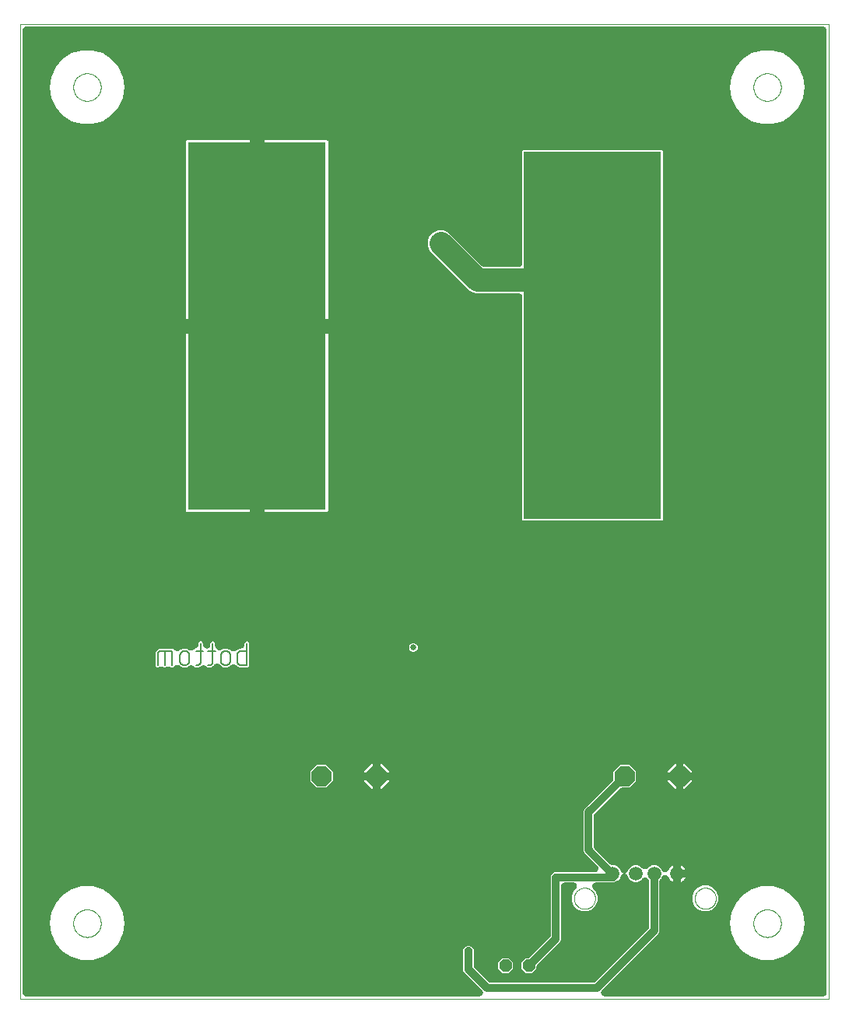
<source format=gbl>
G04 EAGLE Gerber RS-274X export*
G75*
%MOMM*%
%FSLAX34Y34*%
%LPD*%
%INBottom layer*%
%IPPOS*%
%AMOC8*
5,1,8,0,0,1.08239X$1,22.5*%
G01*
%ADD10C,0.001000*%
%ADD11C,0.203200*%
%ADD12C,1.508000*%
%ADD13C,0.000000*%
%ADD14P,1.429621X8X202.500000*%
%ADD15R,15.000000X40.000000*%
%ADD16P,2.336880X8X22.500000*%
%ADD17C,0.152400*%
%ADD18C,0.812800*%
%ADD19C,0.609600*%
%ADD20C,0.654800*%
%ADD21C,2.540000*%

G36*
X511858Y10552D02*
X511858Y10552D01*
X511973Y10550D01*
X512142Y10572D01*
X512311Y10584D01*
X512424Y10608D01*
X512538Y10622D01*
X512703Y10667D01*
X512869Y10703D01*
X512977Y10742D01*
X513088Y10773D01*
X513244Y10840D01*
X513404Y10899D01*
X513505Y10953D01*
X513611Y10999D01*
X513756Y11087D01*
X513906Y11167D01*
X513999Y11235D01*
X514098Y11295D01*
X514229Y11403D01*
X514366Y11504D01*
X514449Y11584D01*
X514538Y11657D01*
X514652Y11782D01*
X514774Y11901D01*
X514845Y11992D01*
X514923Y12077D01*
X515019Y12217D01*
X515123Y12352D01*
X515180Y12452D01*
X515245Y12547D01*
X515321Y12699D01*
X515405Y12847D01*
X515448Y12954D01*
X515499Y13057D01*
X515553Y13218D01*
X515616Y13376D01*
X515643Y13489D01*
X515679Y13598D01*
X515710Y13765D01*
X515750Y13930D01*
X515761Y14045D01*
X515781Y14158D01*
X515788Y14328D01*
X515805Y14497D01*
X515800Y14612D01*
X515805Y14728D01*
X515788Y14897D01*
X515780Y15067D01*
X515759Y15180D01*
X515748Y15294D01*
X515707Y15460D01*
X515676Y15627D01*
X515640Y15736D01*
X515612Y15848D01*
X515549Y16006D01*
X515495Y16167D01*
X515443Y16270D01*
X515401Y16377D01*
X515316Y16524D01*
X515240Y16676D01*
X515174Y16771D01*
X515117Y16871D01*
X515044Y16960D01*
X514916Y17145D01*
X514691Y17389D01*
X514616Y17480D01*
X495262Y36834D01*
X494411Y38888D01*
X494411Y61112D01*
X495262Y63166D01*
X496834Y64738D01*
X498888Y65589D01*
X501112Y65589D01*
X503166Y64738D01*
X504738Y63166D01*
X505589Y61112D01*
X505589Y43998D01*
X505593Y43938D01*
X505591Y43877D01*
X505613Y43654D01*
X505629Y43430D01*
X505641Y43370D01*
X505647Y43310D01*
X505701Y43092D01*
X505748Y42872D01*
X505768Y42816D01*
X505783Y42757D01*
X505866Y42548D01*
X505944Y42337D01*
X505972Y42284D01*
X505994Y42228D01*
X506106Y42033D01*
X506212Y41835D01*
X506248Y41786D01*
X506278Y41734D01*
X506353Y41643D01*
X506549Y41375D01*
X506706Y41214D01*
X506779Y41125D01*
X521125Y26779D01*
X521170Y26739D01*
X521211Y26695D01*
X521385Y26553D01*
X521555Y26405D01*
X521606Y26372D01*
X521652Y26334D01*
X521845Y26217D01*
X522033Y26095D01*
X522088Y26070D01*
X522140Y26039D01*
X522346Y25950D01*
X522550Y25855D01*
X522608Y25838D01*
X522663Y25814D01*
X522880Y25756D01*
X523095Y25690D01*
X523155Y25681D01*
X523213Y25665D01*
X523330Y25654D01*
X523658Y25603D01*
X523883Y25600D01*
X523998Y25589D01*
X636002Y25589D01*
X636062Y25593D01*
X636123Y25591D01*
X636346Y25613D01*
X636570Y25629D01*
X636630Y25641D01*
X636690Y25647D01*
X636908Y25701D01*
X637128Y25748D01*
X637184Y25768D01*
X637243Y25783D01*
X637452Y25866D01*
X637663Y25944D01*
X637716Y25972D01*
X637772Y25994D01*
X637967Y26106D01*
X638165Y26212D01*
X638214Y26248D01*
X638266Y26278D01*
X638357Y26353D01*
X638625Y26549D01*
X638786Y26706D01*
X638875Y26779D01*
X695221Y83125D01*
X695261Y83170D01*
X695305Y83211D01*
X695447Y83385D01*
X695595Y83555D01*
X695628Y83606D01*
X695666Y83652D01*
X695783Y83845D01*
X695905Y84033D01*
X695930Y84088D01*
X695961Y84140D01*
X696050Y84346D01*
X696145Y84550D01*
X696162Y84608D01*
X696186Y84663D01*
X696244Y84880D01*
X696310Y85095D01*
X696319Y85155D01*
X696335Y85213D01*
X696346Y85330D01*
X696397Y85658D01*
X696400Y85883D01*
X696411Y85998D01*
X696411Y135287D01*
X696407Y135347D01*
X696409Y135408D01*
X696387Y135631D01*
X696371Y135856D01*
X696359Y135915D01*
X696353Y135975D01*
X696299Y136193D01*
X696252Y136413D01*
X696232Y136469D01*
X696217Y136528D01*
X696134Y136737D01*
X696056Y136948D01*
X696028Y137001D01*
X696006Y137057D01*
X695894Y137252D01*
X695788Y137450D01*
X695752Y137499D01*
X695722Y137551D01*
X695647Y137642D01*
X695451Y137910D01*
X695294Y138071D01*
X695221Y138160D01*
X694873Y138508D01*
X694699Y138659D01*
X694530Y138815D01*
X694484Y138846D01*
X694443Y138882D01*
X694250Y139007D01*
X694060Y139138D01*
X694011Y139162D01*
X693965Y139192D01*
X693756Y139289D01*
X693550Y139391D01*
X693498Y139409D01*
X693448Y139432D01*
X693227Y139499D01*
X693009Y139571D01*
X692955Y139581D01*
X692903Y139597D01*
X692675Y139632D01*
X692449Y139674D01*
X692394Y139676D01*
X692340Y139684D01*
X692110Y139687D01*
X691879Y139697D01*
X691825Y139691D01*
X691770Y139692D01*
X691541Y139663D01*
X691312Y139640D01*
X691259Y139627D01*
X691205Y139620D01*
X690982Y139559D01*
X690759Y139504D01*
X690708Y139484D01*
X690655Y139469D01*
X690444Y139378D01*
X690230Y139293D01*
X690182Y139265D01*
X690132Y139244D01*
X689936Y139124D01*
X689736Y139009D01*
X689701Y138981D01*
X689646Y138947D01*
X689205Y138585D01*
X689161Y138537D01*
X689127Y138508D01*
X687135Y136516D01*
X683803Y135136D01*
X680197Y135136D01*
X676865Y136516D01*
X674315Y139066D01*
X673253Y141630D01*
X673202Y141733D01*
X673159Y141840D01*
X673075Y141987D01*
X672999Y142140D01*
X672934Y142235D01*
X672876Y142335D01*
X672772Y142469D01*
X672676Y142609D01*
X672598Y142693D01*
X672527Y142785D01*
X672405Y142903D01*
X672290Y143028D01*
X672201Y143101D01*
X672118Y143182D01*
X671981Y143282D01*
X671850Y143390D01*
X671751Y143449D01*
X671658Y143517D01*
X671508Y143597D01*
X671363Y143686D01*
X671257Y143731D01*
X671155Y143785D01*
X670995Y143844D01*
X670839Y143911D01*
X670728Y143941D01*
X670620Y143981D01*
X670454Y144016D01*
X670290Y144061D01*
X670175Y144075D01*
X670062Y144099D01*
X669893Y144111D01*
X669724Y144132D01*
X669609Y144130D01*
X669494Y144138D01*
X669324Y144126D01*
X669154Y144123D01*
X669041Y144106D01*
X668926Y144097D01*
X668759Y144062D01*
X668592Y144035D01*
X668481Y144002D01*
X668369Y143978D01*
X668209Y143919D01*
X668046Y143869D01*
X667942Y143821D01*
X667834Y143781D01*
X667684Y143701D01*
X667530Y143629D01*
X667433Y143566D01*
X667332Y143512D01*
X667195Y143411D01*
X667052Y143318D01*
X666965Y143243D01*
X666872Y143175D01*
X666751Y143056D01*
X666622Y142944D01*
X666547Y142857D01*
X666465Y142777D01*
X666361Y142642D01*
X666249Y142513D01*
X666187Y142417D01*
X666116Y142325D01*
X666062Y142224D01*
X665940Y142035D01*
X665801Y141734D01*
X665746Y141630D01*
X664684Y139066D01*
X662134Y136516D01*
X661728Y136348D01*
X661622Y136295D01*
X661513Y136252D01*
X661367Y136168D01*
X661218Y136094D01*
X661121Y136027D01*
X661019Y135968D01*
X660930Y135896D01*
X660749Y135770D01*
X660500Y135541D01*
X660410Y135467D01*
X660204Y135262D01*
X658150Y134411D01*
X638654Y134411D01*
X638539Y134403D01*
X638424Y134405D01*
X638255Y134383D01*
X638085Y134371D01*
X637973Y134347D01*
X637858Y134333D01*
X637694Y134288D01*
X637528Y134252D01*
X637420Y134213D01*
X637309Y134182D01*
X637153Y134115D01*
X636993Y134056D01*
X636891Y134002D01*
X636786Y133956D01*
X636641Y133868D01*
X636491Y133788D01*
X636398Y133720D01*
X636299Y133660D01*
X636168Y133552D01*
X636031Y133451D01*
X635948Y133371D01*
X635859Y133298D01*
X635744Y133172D01*
X635623Y133054D01*
X635552Y132963D01*
X635474Y132878D01*
X635378Y132737D01*
X635274Y132603D01*
X635217Y132503D01*
X635152Y132408D01*
X635076Y132256D01*
X634992Y132108D01*
X634949Y132001D01*
X634898Y131898D01*
X634844Y131737D01*
X634781Y131579D01*
X634754Y131466D01*
X634718Y131357D01*
X634687Y131190D01*
X634647Y131025D01*
X634636Y130910D01*
X634615Y130797D01*
X634609Y130627D01*
X634592Y130458D01*
X634597Y130343D01*
X634592Y130227D01*
X634609Y130058D01*
X634617Y129888D01*
X634638Y129775D01*
X634649Y129660D01*
X634690Y129495D01*
X634721Y129328D01*
X634757Y129219D01*
X634785Y129107D01*
X634848Y128949D01*
X634902Y128788D01*
X634954Y128685D01*
X634996Y128578D01*
X635081Y128431D01*
X635157Y128279D01*
X635223Y128184D01*
X635280Y128084D01*
X635353Y127995D01*
X635481Y127810D01*
X635706Y127566D01*
X635781Y127475D01*
X638203Y125052D01*
X640341Y119892D01*
X640341Y114306D01*
X638203Y109146D01*
X634253Y105196D01*
X629093Y103058D01*
X623507Y103058D01*
X618347Y105196D01*
X614397Y109146D01*
X612259Y114306D01*
X612259Y119892D01*
X614397Y125052D01*
X616819Y127475D01*
X616895Y127562D01*
X616977Y127642D01*
X617082Y127777D01*
X617193Y127905D01*
X617256Y128002D01*
X617326Y128093D01*
X617410Y128240D01*
X617503Y128383D01*
X617551Y128488D01*
X617608Y128588D01*
X617671Y128746D01*
X617743Y128900D01*
X617776Y129010D01*
X617819Y129117D01*
X617859Y129283D01*
X617908Y129445D01*
X617925Y129559D01*
X617953Y129671D01*
X617969Y129841D01*
X617995Y130008D01*
X617997Y130123D01*
X618008Y130238D01*
X618001Y130408D01*
X618003Y130578D01*
X617988Y130692D01*
X617983Y130808D01*
X617952Y130975D01*
X617931Y131143D01*
X617900Y131255D01*
X617879Y131368D01*
X617825Y131529D01*
X617780Y131693D01*
X617735Y131799D01*
X617698Y131908D01*
X617622Y132060D01*
X617555Y132216D01*
X617495Y132314D01*
X617443Y132417D01*
X617346Y132557D01*
X617258Y132702D01*
X617185Y132791D01*
X617119Y132886D01*
X617004Y133011D01*
X616896Y133143D01*
X616811Y133220D01*
X616733Y133305D01*
X616601Y133413D01*
X616476Y133528D01*
X616381Y133593D01*
X616292Y133666D01*
X616146Y133754D01*
X616006Y133850D01*
X615903Y133902D01*
X615805Y133961D01*
X615649Y134028D01*
X615496Y134104D01*
X615387Y134140D01*
X615281Y134186D01*
X615117Y134230D01*
X614955Y134284D01*
X614842Y134305D01*
X614731Y134335D01*
X614616Y134346D01*
X614395Y134386D01*
X614063Y134400D01*
X613946Y134411D01*
X604652Y134411D01*
X604423Y134395D01*
X604192Y134385D01*
X604138Y134375D01*
X604084Y134371D01*
X603858Y134323D01*
X603632Y134281D01*
X603580Y134264D01*
X603526Y134252D01*
X603310Y134173D01*
X603092Y134100D01*
X603043Y134075D01*
X602991Y134056D01*
X602788Y133948D01*
X602583Y133845D01*
X602537Y133814D01*
X602489Y133788D01*
X602303Y133652D01*
X602114Y133521D01*
X602073Y133484D01*
X602029Y133451D01*
X601864Y133291D01*
X601695Y133135D01*
X601660Y133092D01*
X601621Y133054D01*
X601480Y132872D01*
X601334Y132694D01*
X601306Y132646D01*
X601272Y132603D01*
X601158Y132403D01*
X601039Y132206D01*
X601017Y132156D01*
X600990Y132108D01*
X600905Y131894D01*
X600814Y131683D01*
X600800Y131630D01*
X600780Y131579D01*
X600725Y131354D01*
X600665Y131133D01*
X600661Y131089D01*
X600645Y131025D01*
X600590Y130458D01*
X600593Y130392D01*
X600589Y130348D01*
X600589Y71888D01*
X599738Y69834D01*
X597594Y67691D01*
X575119Y45215D01*
X575079Y45170D01*
X575035Y45129D01*
X574893Y44955D01*
X574745Y44785D01*
X574712Y44734D01*
X574674Y44688D01*
X574557Y44495D01*
X574435Y44307D01*
X574410Y44252D01*
X574379Y44200D01*
X574290Y43994D01*
X574195Y43790D01*
X574178Y43732D01*
X574154Y43677D01*
X574096Y43460D01*
X574030Y43245D01*
X574021Y43185D01*
X574005Y43127D01*
X573994Y43010D01*
X573943Y42682D01*
X573940Y42457D01*
X573929Y42342D01*
X573929Y40433D01*
X569167Y35671D01*
X562433Y35671D01*
X557671Y40433D01*
X557671Y47167D01*
X562433Y51929D01*
X564342Y51929D01*
X564402Y51933D01*
X564463Y51931D01*
X564686Y51953D01*
X564910Y51969D01*
X564970Y51981D01*
X565030Y51987D01*
X565248Y52041D01*
X565468Y52088D01*
X565524Y52108D01*
X565583Y52123D01*
X565792Y52206D01*
X566003Y52284D01*
X566056Y52312D01*
X566112Y52334D01*
X566307Y52446D01*
X566505Y52552D01*
X566554Y52588D01*
X566606Y52618D01*
X566697Y52693D01*
X566965Y52889D01*
X567126Y53046D01*
X567215Y53119D01*
X588221Y74125D01*
X588261Y74170D01*
X588305Y74211D01*
X588447Y74385D01*
X588595Y74555D01*
X588628Y74606D01*
X588666Y74652D01*
X588783Y74845D01*
X588905Y75033D01*
X588930Y75088D01*
X588961Y75140D01*
X589050Y75346D01*
X589145Y75550D01*
X589162Y75608D01*
X589186Y75663D01*
X589244Y75880D01*
X589310Y76095D01*
X589319Y76155D01*
X589335Y76213D01*
X589346Y76330D01*
X589397Y76658D01*
X589400Y76883D01*
X589411Y76998D01*
X589411Y141112D01*
X590262Y143166D01*
X591834Y144738D01*
X593888Y145589D01*
X637258Y145589D01*
X637373Y145597D01*
X637488Y145595D01*
X637657Y145617D01*
X637826Y145629D01*
X637939Y145653D01*
X638053Y145667D01*
X638218Y145712D01*
X638384Y145748D01*
X638492Y145787D01*
X638603Y145818D01*
X638759Y145885D01*
X638919Y145944D01*
X639020Y145998D01*
X639126Y146044D01*
X639271Y146132D01*
X639421Y146212D01*
X639514Y146280D01*
X639613Y146340D01*
X639744Y146448D01*
X639881Y146549D01*
X639964Y146629D01*
X640053Y146702D01*
X640167Y146827D01*
X640289Y146946D01*
X640360Y147037D01*
X640438Y147122D01*
X640534Y147262D01*
X640638Y147397D01*
X640695Y147497D01*
X640760Y147592D01*
X640836Y147744D01*
X640920Y147892D01*
X640963Y147999D01*
X641014Y148102D01*
X641068Y148263D01*
X641131Y148421D01*
X641158Y148534D01*
X641194Y148643D01*
X641225Y148810D01*
X641265Y148975D01*
X641276Y149090D01*
X641296Y149203D01*
X641303Y149373D01*
X641320Y149542D01*
X641315Y149657D01*
X641320Y149773D01*
X641303Y149942D01*
X641295Y150112D01*
X641274Y150225D01*
X641263Y150339D01*
X641222Y150505D01*
X641191Y150672D01*
X641155Y150781D01*
X641127Y150893D01*
X641064Y151051D01*
X641010Y151212D01*
X640958Y151315D01*
X640916Y151422D01*
X640831Y151569D01*
X640755Y151721D01*
X640689Y151816D01*
X640632Y151916D01*
X640559Y152005D01*
X640431Y152190D01*
X640206Y152434D01*
X640131Y152525D01*
X627966Y164691D01*
X625822Y166834D01*
X624971Y168888D01*
X624971Y211672D01*
X625822Y213726D01*
X656490Y244394D01*
X656530Y244439D01*
X656574Y244480D01*
X656716Y244654D01*
X656864Y244824D01*
X656897Y244875D01*
X656935Y244921D01*
X657052Y245114D01*
X657174Y245302D01*
X657199Y245357D01*
X657230Y245409D01*
X657319Y245615D01*
X657414Y245819D01*
X657431Y245877D01*
X657455Y245932D01*
X657513Y246149D01*
X657579Y246364D01*
X657588Y246424D01*
X657604Y246482D01*
X657615Y246599D01*
X657666Y246927D01*
X657669Y247152D01*
X657680Y247267D01*
X657680Y255103D01*
X664897Y262320D01*
X675103Y262320D01*
X682320Y255103D01*
X682320Y244897D01*
X675103Y237680D01*
X667267Y237680D01*
X667207Y237676D01*
X667146Y237678D01*
X666923Y237656D01*
X666699Y237640D01*
X666639Y237628D01*
X666579Y237622D01*
X666361Y237568D01*
X666141Y237521D01*
X666085Y237501D01*
X666026Y237486D01*
X665817Y237403D01*
X665606Y237325D01*
X665553Y237297D01*
X665497Y237275D01*
X665302Y237163D01*
X665104Y237057D01*
X665055Y237021D01*
X665003Y236991D01*
X664912Y236916D01*
X664644Y236720D01*
X664483Y236563D01*
X664394Y236490D01*
X637339Y209435D01*
X637299Y209390D01*
X637255Y209349D01*
X637113Y209175D01*
X636965Y209005D01*
X636932Y208954D01*
X636894Y208908D01*
X636777Y208715D01*
X636655Y208527D01*
X636630Y208472D01*
X636599Y208420D01*
X636510Y208214D01*
X636415Y208010D01*
X636398Y207952D01*
X636374Y207897D01*
X636316Y207680D01*
X636250Y207465D01*
X636241Y207405D01*
X636225Y207347D01*
X636214Y207230D01*
X636163Y206902D01*
X636160Y206677D01*
X636149Y206562D01*
X636149Y173998D01*
X636153Y173938D01*
X636151Y173877D01*
X636173Y173654D01*
X636189Y173430D01*
X636201Y173370D01*
X636207Y173310D01*
X636261Y173092D01*
X636308Y172872D01*
X636328Y172816D01*
X636343Y172757D01*
X636426Y172548D01*
X636504Y172337D01*
X636532Y172284D01*
X636554Y172228D01*
X636666Y172033D01*
X636772Y171835D01*
X636808Y171786D01*
X636838Y171734D01*
X636913Y171643D01*
X637109Y171375D01*
X637266Y171214D01*
X637339Y171125D01*
X654008Y154456D01*
X654053Y154416D01*
X654094Y154372D01*
X654268Y154230D01*
X654438Y154082D01*
X654489Y154049D01*
X654535Y154011D01*
X654728Y153894D01*
X654916Y153772D01*
X654971Y153747D01*
X655023Y153716D01*
X655229Y153627D01*
X655433Y153532D01*
X655491Y153515D01*
X655546Y153491D01*
X655763Y153433D01*
X655978Y153367D01*
X656038Y153358D01*
X656096Y153342D01*
X656213Y153331D01*
X656541Y153280D01*
X656766Y153277D01*
X656881Y153266D01*
X658802Y153266D01*
X662134Y151886D01*
X664684Y149336D01*
X665746Y146772D01*
X665797Y146669D01*
X665840Y146562D01*
X665924Y146414D01*
X666000Y146262D01*
X666065Y146168D01*
X666123Y146067D01*
X666227Y145933D01*
X666323Y145793D01*
X666401Y145708D01*
X666472Y145617D01*
X666594Y145499D01*
X666709Y145374D01*
X666798Y145301D01*
X666881Y145220D01*
X667018Y145120D01*
X667149Y145012D01*
X667248Y144953D01*
X667341Y144885D01*
X667491Y144805D01*
X667636Y144716D01*
X667742Y144671D01*
X667844Y144617D01*
X668003Y144558D01*
X668160Y144491D01*
X668271Y144461D01*
X668379Y144421D01*
X668545Y144386D01*
X668709Y144341D01*
X668824Y144327D01*
X668936Y144303D01*
X669106Y144291D01*
X669275Y144270D01*
X669390Y144272D01*
X669505Y144264D01*
X669674Y144276D01*
X669844Y144279D01*
X669959Y144296D01*
X670073Y144305D01*
X670239Y144340D01*
X670407Y144367D01*
X670518Y144400D01*
X670630Y144424D01*
X670790Y144483D01*
X670952Y144533D01*
X671057Y144581D01*
X671165Y144621D01*
X671315Y144701D01*
X671469Y144773D01*
X671566Y144836D01*
X671667Y144890D01*
X671804Y144991D01*
X671947Y145084D01*
X672034Y145159D01*
X672127Y145227D01*
X672248Y145346D01*
X672376Y145458D01*
X672452Y145545D01*
X672534Y145625D01*
X672638Y145760D01*
X672750Y145888D01*
X672812Y145985D01*
X672882Y146077D01*
X672937Y146178D01*
X673059Y146367D01*
X673198Y146669D01*
X673253Y146772D01*
X674315Y149336D01*
X676865Y151886D01*
X680197Y153266D01*
X683803Y153266D01*
X687135Y151886D01*
X689127Y149894D01*
X689300Y149743D01*
X689470Y149587D01*
X689516Y149556D01*
X689557Y149520D01*
X689750Y149395D01*
X689940Y149264D01*
X689989Y149240D01*
X690035Y149210D01*
X690244Y149113D01*
X690450Y149011D01*
X690502Y148993D01*
X690552Y148970D01*
X690772Y148904D01*
X690991Y148831D01*
X691045Y148821D01*
X691097Y148805D01*
X691324Y148770D01*
X691551Y148728D01*
X691606Y148726D01*
X691660Y148718D01*
X691890Y148715D01*
X692121Y148705D01*
X692175Y148711D01*
X692230Y148710D01*
X692458Y148739D01*
X692687Y148762D01*
X692741Y148775D01*
X692795Y148782D01*
X693017Y148843D01*
X693241Y148898D01*
X693292Y148918D01*
X693345Y148933D01*
X693556Y149024D01*
X693770Y149109D01*
X693818Y149137D01*
X693868Y149158D01*
X694064Y149278D01*
X694264Y149393D01*
X694298Y149421D01*
X694354Y149455D01*
X694795Y149817D01*
X694839Y149865D01*
X694873Y149894D01*
X696865Y151886D01*
X700197Y153266D01*
X703803Y153266D01*
X707135Y151886D01*
X709685Y149336D01*
X710176Y148148D01*
X710284Y147934D01*
X710387Y147716D01*
X710411Y147678D01*
X710431Y147639D01*
X710567Y147441D01*
X710700Y147239D01*
X710729Y147206D01*
X710754Y147169D01*
X710917Y146992D01*
X711076Y146812D01*
X711110Y146783D01*
X711140Y146750D01*
X711326Y146597D01*
X711509Y146441D01*
X711546Y146417D01*
X711580Y146389D01*
X711786Y146263D01*
X711989Y146134D01*
X712029Y146116D01*
X712067Y146093D01*
X712289Y145997D01*
X712507Y145898D01*
X712550Y145885D01*
X712591Y145867D01*
X712823Y145804D01*
X713053Y145736D01*
X713097Y145729D01*
X713140Y145718D01*
X713379Y145688D01*
X713617Y145652D01*
X713662Y145652D01*
X713706Y145646D01*
X713946Y145650D01*
X714187Y145648D01*
X714231Y145654D01*
X714275Y145655D01*
X714513Y145692D01*
X714752Y145724D01*
X714794Y145736D01*
X714838Y145743D01*
X715069Y145813D01*
X715300Y145878D01*
X715341Y145896D01*
X715383Y145909D01*
X715601Y146010D01*
X715822Y146107D01*
X715860Y146131D01*
X715900Y146149D01*
X716101Y146280D01*
X716306Y146407D01*
X716341Y146436D01*
X716378Y146460D01*
X716559Y146618D01*
X716744Y146772D01*
X716774Y146805D01*
X716807Y146834D01*
X716965Y147016D01*
X717126Y147194D01*
X717146Y147225D01*
X717181Y147265D01*
X717490Y147743D01*
X717523Y147814D01*
X717551Y147859D01*
X718379Y149485D01*
X719312Y150768D01*
X720434Y151890D01*
X721718Y152823D01*
X722938Y153444D01*
X722938Y144201D01*
X722938Y134958D01*
X721718Y135579D01*
X720434Y136512D01*
X719312Y137634D01*
X718379Y138917D01*
X717551Y140543D01*
X717427Y140749D01*
X717307Y140958D01*
X717280Y140993D01*
X717257Y141032D01*
X717106Y141218D01*
X716958Y141408D01*
X716926Y141440D01*
X716898Y141474D01*
X716722Y141637D01*
X716549Y141805D01*
X716513Y141832D01*
X716481Y141862D01*
X716284Y141999D01*
X716089Y142141D01*
X716050Y142162D01*
X716013Y142187D01*
X715799Y142296D01*
X715586Y142409D01*
X715544Y142424D01*
X715505Y142445D01*
X715278Y142522D01*
X715051Y142604D01*
X715007Y142614D01*
X714965Y142628D01*
X714729Y142673D01*
X714493Y142723D01*
X714449Y142726D01*
X714405Y142734D01*
X714165Y142745D01*
X713925Y142762D01*
X713881Y142759D01*
X713836Y142761D01*
X713597Y142738D01*
X713357Y142721D01*
X713313Y142712D01*
X713269Y142708D01*
X713035Y142652D01*
X712800Y142601D01*
X712758Y142586D01*
X712715Y142576D01*
X712491Y142488D01*
X712265Y142405D01*
X712226Y142384D01*
X712184Y142367D01*
X711974Y142249D01*
X711763Y142135D01*
X711727Y142109D01*
X711688Y142087D01*
X711497Y141941D01*
X711303Y141798D01*
X711271Y141767D01*
X711236Y141740D01*
X711068Y141569D01*
X710896Y141400D01*
X710868Y141365D01*
X710837Y141333D01*
X710695Y141140D01*
X710547Y140949D01*
X710530Y140917D01*
X710499Y140875D01*
X710228Y140373D01*
X710201Y140300D01*
X710176Y140254D01*
X709685Y139066D01*
X708779Y138160D01*
X708739Y138115D01*
X708695Y138074D01*
X708553Y137900D01*
X708405Y137730D01*
X708372Y137680D01*
X708334Y137633D01*
X708217Y137440D01*
X708095Y137252D01*
X708070Y137197D01*
X708039Y137146D01*
X707950Y136939D01*
X707855Y136735D01*
X707838Y136677D01*
X707814Y136622D01*
X707756Y136405D01*
X707690Y136190D01*
X707681Y136130D01*
X707665Y136072D01*
X707654Y135955D01*
X707603Y135627D01*
X707600Y135402D01*
X707589Y135287D01*
X707589Y80888D01*
X706738Y78834D01*
X704594Y76691D01*
X645384Y17480D01*
X645308Y17393D01*
X645226Y17313D01*
X645122Y17178D01*
X645010Y17050D01*
X644947Y16953D01*
X644877Y16862D01*
X644793Y16714D01*
X644700Y16572D01*
X644652Y16467D01*
X644595Y16367D01*
X644532Y16209D01*
X644460Y16055D01*
X644427Y15945D01*
X644384Y15838D01*
X644344Y15672D01*
X644295Y15510D01*
X644278Y15396D01*
X644250Y15284D01*
X644234Y15114D01*
X644208Y14947D01*
X644206Y14832D01*
X644195Y14717D01*
X644202Y14547D01*
X644200Y14377D01*
X644215Y14263D01*
X644220Y14147D01*
X644251Y13980D01*
X644272Y13812D01*
X644303Y13700D01*
X644324Y13587D01*
X644378Y13426D01*
X644423Y13262D01*
X644468Y13156D01*
X644505Y13047D01*
X644581Y12895D01*
X644649Y12739D01*
X644709Y12641D01*
X644760Y12538D01*
X644857Y12398D01*
X644945Y12253D01*
X645018Y12164D01*
X645084Y12069D01*
X645199Y11944D01*
X645307Y11812D01*
X645392Y11735D01*
X645470Y11650D01*
X645602Y11542D01*
X645727Y11427D01*
X645822Y11362D01*
X645911Y11289D01*
X646057Y11201D01*
X646197Y11105D01*
X646300Y11053D01*
X646399Y10994D01*
X646555Y10927D01*
X646707Y10851D01*
X646816Y10815D01*
X646922Y10769D01*
X647086Y10725D01*
X647248Y10671D01*
X647361Y10650D01*
X647472Y10620D01*
X647587Y10609D01*
X647808Y10569D01*
X648140Y10555D01*
X648257Y10544D01*
X885677Y10544D01*
X885906Y10560D01*
X886137Y10570D01*
X886191Y10580D01*
X886245Y10584D01*
X886471Y10632D01*
X886697Y10674D01*
X886749Y10691D01*
X886803Y10703D01*
X887019Y10782D01*
X887237Y10855D01*
X887286Y10880D01*
X887338Y10899D01*
X887541Y11007D01*
X887746Y11110D01*
X887792Y11141D01*
X887840Y11167D01*
X888026Y11303D01*
X888215Y11434D01*
X888256Y11471D01*
X888300Y11504D01*
X888465Y11664D01*
X888634Y11820D01*
X888669Y11863D01*
X888708Y11901D01*
X888849Y12083D01*
X888995Y12261D01*
X889023Y12309D01*
X889057Y12352D01*
X889171Y12552D01*
X889290Y12749D01*
X889312Y12799D01*
X889339Y12847D01*
X889424Y13061D01*
X889515Y13272D01*
X889529Y13325D01*
X889549Y13376D01*
X889604Y13601D01*
X889664Y13822D01*
X889668Y13866D01*
X889684Y13930D01*
X889739Y14497D01*
X889736Y14563D01*
X889740Y14607D01*
X889740Y1061759D01*
X889724Y1061988D01*
X889714Y1062219D01*
X889704Y1062273D01*
X889700Y1062327D01*
X889652Y1062553D01*
X889610Y1062779D01*
X889593Y1062831D01*
X889581Y1062885D01*
X889502Y1063101D01*
X889429Y1063319D01*
X889404Y1063368D01*
X889385Y1063420D01*
X889277Y1063623D01*
X889174Y1063828D01*
X889143Y1063874D01*
X889117Y1063922D01*
X888981Y1064108D01*
X888850Y1064297D01*
X888813Y1064338D01*
X888780Y1064382D01*
X888620Y1064547D01*
X888464Y1064716D01*
X888421Y1064751D01*
X888383Y1064790D01*
X888201Y1064931D01*
X888023Y1065077D01*
X887975Y1065105D01*
X887932Y1065139D01*
X887732Y1065253D01*
X887535Y1065372D01*
X887485Y1065394D01*
X887437Y1065421D01*
X887223Y1065506D01*
X887012Y1065597D01*
X886959Y1065611D01*
X886908Y1065631D01*
X886683Y1065686D01*
X886462Y1065746D01*
X886418Y1065750D01*
X886354Y1065766D01*
X885787Y1065821D01*
X885721Y1065818D01*
X885677Y1065822D01*
X18895Y1065822D01*
X18666Y1065806D01*
X18435Y1065796D01*
X18381Y1065786D01*
X18327Y1065782D01*
X18101Y1065734D01*
X17875Y1065692D01*
X17823Y1065675D01*
X17769Y1065663D01*
X17553Y1065584D01*
X17335Y1065511D01*
X17286Y1065486D01*
X17234Y1065467D01*
X17031Y1065359D01*
X16826Y1065256D01*
X16780Y1065225D01*
X16732Y1065199D01*
X16546Y1065063D01*
X16357Y1064932D01*
X16316Y1064895D01*
X16272Y1064862D01*
X16107Y1064702D01*
X15938Y1064546D01*
X15903Y1064503D01*
X15864Y1064465D01*
X15723Y1064283D01*
X15577Y1064105D01*
X15549Y1064057D01*
X15515Y1064014D01*
X15401Y1063814D01*
X15282Y1063617D01*
X15260Y1063567D01*
X15233Y1063519D01*
X15148Y1063305D01*
X15057Y1063094D01*
X15043Y1063041D01*
X15023Y1062990D01*
X14968Y1062765D01*
X14908Y1062544D01*
X14904Y1062500D01*
X14888Y1062436D01*
X14833Y1061869D01*
X14836Y1061803D01*
X14832Y1061759D01*
X14832Y14607D01*
X14848Y14378D01*
X14858Y14147D01*
X14868Y14093D01*
X14872Y14039D01*
X14920Y13813D01*
X14962Y13587D01*
X14979Y13535D01*
X14991Y13481D01*
X15070Y13265D01*
X15143Y13047D01*
X15168Y12998D01*
X15187Y12946D01*
X15295Y12743D01*
X15398Y12538D01*
X15429Y12492D01*
X15455Y12444D01*
X15591Y12258D01*
X15722Y12069D01*
X15759Y12028D01*
X15792Y11984D01*
X15952Y11819D01*
X16108Y11650D01*
X16151Y11615D01*
X16189Y11576D01*
X16371Y11435D01*
X16549Y11289D01*
X16597Y11261D01*
X16640Y11227D01*
X16840Y11113D01*
X17037Y10994D01*
X17087Y10972D01*
X17135Y10945D01*
X17349Y10860D01*
X17560Y10769D01*
X17613Y10755D01*
X17664Y10735D01*
X17889Y10680D01*
X18110Y10620D01*
X18154Y10616D01*
X18218Y10600D01*
X18785Y10545D01*
X18851Y10548D01*
X18895Y10544D01*
X511743Y10544D01*
X511858Y10552D01*
G37*
%LPC*%
G36*
X559368Y528475D02*
X559368Y528475D01*
X558475Y529368D01*
X558475Y771712D01*
X558459Y771941D01*
X558449Y772172D01*
X558439Y772226D01*
X558435Y772280D01*
X558387Y772506D01*
X558345Y772732D01*
X558328Y772784D01*
X558316Y772838D01*
X558237Y773054D01*
X558164Y773272D01*
X558139Y773321D01*
X558120Y773373D01*
X558012Y773576D01*
X557909Y773781D01*
X557878Y773827D01*
X557852Y773875D01*
X557716Y774061D01*
X557585Y774250D01*
X557548Y774291D01*
X557515Y774335D01*
X557355Y774500D01*
X557199Y774669D01*
X557156Y774704D01*
X557118Y774743D01*
X556936Y774884D01*
X556758Y775030D01*
X556710Y775058D01*
X556667Y775092D01*
X556467Y775206D01*
X556270Y775325D01*
X556220Y775347D01*
X556172Y775374D01*
X555958Y775459D01*
X555747Y775550D01*
X555694Y775564D01*
X555643Y775584D01*
X555418Y775639D01*
X555197Y775699D01*
X555153Y775703D01*
X555089Y775719D01*
X554522Y775774D01*
X554456Y775771D01*
X554412Y775775D01*
X507170Y775775D01*
X501942Y777941D01*
X457941Y821942D01*
X455775Y827170D01*
X455775Y832830D01*
X457941Y838058D01*
X461942Y842059D01*
X467170Y844225D01*
X472830Y844225D01*
X478058Y842059D01*
X514702Y805415D01*
X514748Y805375D01*
X514788Y805331D01*
X514963Y805189D01*
X515132Y805041D01*
X515183Y805008D01*
X515230Y804970D01*
X515422Y804853D01*
X515610Y804731D01*
X515665Y804706D01*
X515717Y804675D01*
X515923Y804586D01*
X516127Y804491D01*
X516185Y804474D01*
X516240Y804450D01*
X516457Y804392D01*
X516672Y804326D01*
X516732Y804317D01*
X516790Y804301D01*
X516908Y804290D01*
X517236Y804239D01*
X517460Y804236D01*
X517575Y804225D01*
X554412Y804225D01*
X554641Y804241D01*
X554872Y804251D01*
X554926Y804261D01*
X554980Y804265D01*
X555206Y804313D01*
X555432Y804355D01*
X555484Y804372D01*
X555538Y804384D01*
X555754Y804463D01*
X555972Y804536D01*
X556021Y804561D01*
X556073Y804580D01*
X556276Y804688D01*
X556481Y804791D01*
X556527Y804822D01*
X556575Y804848D01*
X556761Y804984D01*
X556950Y805115D01*
X556991Y805152D01*
X557035Y805185D01*
X557200Y805345D01*
X557369Y805501D01*
X557404Y805544D01*
X557443Y805582D01*
X557584Y805764D01*
X557730Y805942D01*
X557758Y805990D01*
X557792Y806033D01*
X557906Y806233D01*
X558025Y806430D01*
X558047Y806480D01*
X558074Y806528D01*
X558159Y806742D01*
X558250Y806953D01*
X558264Y807006D01*
X558284Y807057D01*
X558339Y807282D01*
X558399Y807503D01*
X558403Y807547D01*
X558419Y807611D01*
X558474Y808178D01*
X558471Y808244D01*
X558475Y808288D01*
X558475Y930632D01*
X559368Y931525D01*
X710632Y931525D01*
X711525Y930632D01*
X711525Y529368D01*
X710632Y528475D01*
X559368Y528475D01*
G37*
%LPD*%
%LPC*%
G36*
X278127Y537459D02*
X278127Y537459D01*
X278127Y731873D01*
X347541Y731873D01*
X347541Y539750D01*
X347443Y539259D01*
X347252Y538797D01*
X346973Y538380D01*
X346620Y538027D01*
X346203Y537748D01*
X345741Y537557D01*
X345250Y537459D01*
X278127Y537459D01*
G37*
%LPD*%
%LPC*%
G36*
X278127Y748127D02*
X278127Y748127D01*
X278127Y942541D01*
X345250Y942541D01*
X345741Y942443D01*
X346203Y942252D01*
X346620Y941973D01*
X346973Y941620D01*
X347252Y941203D01*
X347443Y940741D01*
X347541Y940250D01*
X347541Y748127D01*
X278127Y748127D01*
G37*
%LPD*%
%LPC*%
G36*
X192459Y748127D02*
X192459Y748127D01*
X192459Y940250D01*
X192557Y940741D01*
X192748Y941203D01*
X193027Y941620D01*
X193380Y941973D01*
X193797Y942252D01*
X194259Y942443D01*
X194750Y942541D01*
X261873Y942541D01*
X261873Y748127D01*
X192459Y748127D01*
G37*
%LPD*%
%LPC*%
G36*
X194750Y537459D02*
X194750Y537459D01*
X194259Y537557D01*
X193797Y537748D01*
X193380Y538027D01*
X193027Y538380D01*
X192748Y538797D01*
X192557Y539259D01*
X192459Y539750D01*
X192459Y731873D01*
X261873Y731873D01*
X261873Y537459D01*
X194750Y537459D01*
G37*
%LPD*%
%LPC*%
G36*
X819222Y959814D02*
X819222Y959814D01*
X808135Y963070D01*
X798413Y969317D01*
X790846Y978051D01*
X786046Y988562D01*
X784401Y1000000D01*
X786046Y1011438D01*
X790846Y1021949D01*
X798413Y1030683D01*
X808135Y1036930D01*
X819222Y1040186D01*
X830778Y1040186D01*
X841865Y1036930D01*
X851587Y1030683D01*
X859154Y1021949D01*
X863954Y1011438D01*
X865599Y1000000D01*
X863954Y988562D01*
X859154Y978051D01*
X851587Y969317D01*
X841865Y963070D01*
X830778Y959814D01*
X819222Y959814D01*
G37*
%LPD*%
%LPC*%
G36*
X819222Y49814D02*
X819222Y49814D01*
X808135Y53070D01*
X798413Y59317D01*
X790846Y68051D01*
X786046Y78562D01*
X784401Y90000D01*
X786046Y101438D01*
X790846Y111949D01*
X798413Y120683D01*
X808135Y126930D01*
X819222Y130186D01*
X830778Y130186D01*
X841865Y126930D01*
X851587Y120683D01*
X859154Y111949D01*
X863954Y101438D01*
X865599Y90000D01*
X863954Y78562D01*
X859154Y68051D01*
X851587Y59317D01*
X841865Y53070D01*
X830778Y49814D01*
X819222Y49814D01*
G37*
%LPD*%
%LPC*%
G36*
X79222Y959814D02*
X79222Y959814D01*
X68135Y963070D01*
X58413Y969317D01*
X50846Y978051D01*
X46046Y988562D01*
X44401Y1000000D01*
X46046Y1011438D01*
X50846Y1021949D01*
X58413Y1030683D01*
X68135Y1036930D01*
X79222Y1040186D01*
X90778Y1040186D01*
X101865Y1036930D01*
X111587Y1030683D01*
X119154Y1021949D01*
X123954Y1011438D01*
X125599Y1000000D01*
X123954Y988562D01*
X119154Y978051D01*
X111587Y969317D01*
X101865Y963070D01*
X90778Y959814D01*
X79222Y959814D01*
G37*
%LPD*%
%LPC*%
G36*
X79222Y49814D02*
X79222Y49814D01*
X68135Y53070D01*
X58413Y59317D01*
X50846Y68051D01*
X46046Y78562D01*
X44401Y90000D01*
X46046Y101438D01*
X50846Y111949D01*
X58413Y120683D01*
X68135Y126930D01*
X79222Y130186D01*
X90778Y130186D01*
X101865Y126930D01*
X111587Y120683D01*
X119154Y111949D01*
X123954Y101438D01*
X125599Y90000D01*
X123954Y78562D01*
X119154Y68051D01*
X111587Y59317D01*
X101865Y53070D01*
X90778Y49814D01*
X79222Y49814D01*
G37*
%LPD*%
%LPC*%
G36*
X203387Y368475D02*
X203387Y368475D01*
X202897Y368475D01*
X201963Y368862D01*
X201234Y369591D01*
X201031Y369767D01*
X200830Y369945D01*
X200816Y369954D01*
X200804Y369965D01*
X200579Y370110D01*
X200354Y370259D01*
X200339Y370266D01*
X200326Y370275D01*
X200083Y370387D01*
X199839Y370503D01*
X199824Y370508D01*
X199809Y370514D01*
X199552Y370592D01*
X199296Y370672D01*
X199279Y370675D01*
X199263Y370680D01*
X198999Y370721D01*
X198733Y370764D01*
X198717Y370764D01*
X198700Y370767D01*
X198434Y370771D01*
X198164Y370776D01*
X198147Y370774D01*
X198131Y370775D01*
X197866Y370741D01*
X197598Y370709D01*
X197582Y370705D01*
X197565Y370703D01*
X197306Y370632D01*
X197047Y370563D01*
X197035Y370557D01*
X197016Y370552D01*
X196493Y370326D01*
X196395Y370267D01*
X196329Y370237D01*
X193278Y368475D01*
X189134Y368475D01*
X185064Y370825D01*
X184872Y370918D01*
X184685Y371018D01*
X184617Y371043D01*
X184551Y371075D01*
X184348Y371140D01*
X184149Y371213D01*
X184078Y371228D01*
X184009Y371250D01*
X183799Y371287D01*
X183592Y371331D01*
X183519Y371336D01*
X183448Y371348D01*
X183235Y371355D01*
X183023Y371370D01*
X182951Y371364D01*
X182878Y371367D01*
X182667Y371344D01*
X182455Y371328D01*
X182384Y371313D01*
X182312Y371305D01*
X182106Y371253D01*
X181898Y371208D01*
X181830Y371183D01*
X181760Y371165D01*
X181563Y371085D01*
X181363Y371011D01*
X181299Y370977D01*
X181232Y370949D01*
X181049Y370842D01*
X180861Y370741D01*
X180803Y370698D01*
X180740Y370662D01*
X180574Y370530D01*
X180402Y370404D01*
X180350Y370353D01*
X180294Y370308D01*
X180147Y370154D01*
X179995Y370006D01*
X179967Y369969D01*
X178860Y368862D01*
X177926Y368475D01*
X176915Y368475D01*
X175761Y368953D01*
X175586Y369074D01*
X175537Y369098D01*
X175491Y369128D01*
X175282Y369225D01*
X175076Y369327D01*
X175024Y369345D01*
X174974Y369368D01*
X174754Y369434D01*
X174535Y369507D01*
X174481Y369517D01*
X174429Y369533D01*
X174202Y369568D01*
X173975Y369610D01*
X173920Y369612D01*
X173866Y369620D01*
X173636Y369623D01*
X173405Y369633D01*
X173351Y369627D01*
X173296Y369628D01*
X173068Y369599D01*
X172838Y369576D01*
X172785Y369563D01*
X172731Y369556D01*
X172509Y369495D01*
X172285Y369440D01*
X172234Y369420D01*
X172181Y369406D01*
X171970Y369314D01*
X171756Y369229D01*
X171708Y369201D01*
X171658Y369180D01*
X171462Y369060D01*
X171262Y368945D01*
X171252Y368937D01*
X170137Y368475D01*
X169126Y368475D01*
X167972Y368953D01*
X167796Y369074D01*
X167747Y369098D01*
X167702Y369128D01*
X167492Y369225D01*
X167286Y369327D01*
X167234Y369345D01*
X167185Y369368D01*
X166964Y369434D01*
X166745Y369507D01*
X166692Y369517D01*
X166640Y369533D01*
X166412Y369568D01*
X166185Y369610D01*
X166130Y369612D01*
X166076Y369620D01*
X165846Y369623D01*
X165616Y369633D01*
X165561Y369627D01*
X165507Y369628D01*
X165278Y369599D01*
X165049Y369576D01*
X164996Y369563D01*
X164942Y369556D01*
X164719Y369495D01*
X164495Y369440D01*
X164444Y369420D01*
X164392Y369406D01*
X164181Y369314D01*
X163966Y369229D01*
X163919Y369201D01*
X163869Y369180D01*
X163672Y369060D01*
X163472Y368945D01*
X163463Y368937D01*
X162347Y368475D01*
X161336Y368475D01*
X160403Y368862D01*
X159688Y369577D01*
X159301Y370511D01*
X159301Y381386D01*
X159301Y381387D01*
X159301Y382700D01*
X159301Y384424D01*
X161025Y387411D01*
X164012Y389135D01*
X177926Y389135D01*
X178860Y388749D01*
X180029Y387579D01*
X180136Y387455D01*
X180191Y387406D01*
X180240Y387352D01*
X180404Y387218D01*
X180563Y387077D01*
X180624Y387037D01*
X180681Y386990D01*
X180862Y386880D01*
X181038Y386764D01*
X181105Y386732D01*
X181168Y386694D01*
X181362Y386610D01*
X181553Y386520D01*
X181623Y386498D01*
X181691Y386469D01*
X181895Y386413D01*
X182097Y386350D01*
X182170Y386338D01*
X182241Y386319D01*
X182450Y386292D01*
X182660Y386258D01*
X182733Y386257D01*
X182806Y386247D01*
X183018Y386250D01*
X183229Y386246D01*
X183302Y386255D01*
X183376Y386256D01*
X183584Y386288D01*
X183795Y386313D01*
X183866Y386332D01*
X183939Y386344D01*
X184141Y386405D01*
X184346Y386459D01*
X184399Y386484D01*
X184484Y386509D01*
X185000Y386750D01*
X185037Y386773D01*
X185064Y386785D01*
X189134Y389135D01*
X193278Y389135D01*
X196329Y387374D01*
X196570Y387256D01*
X196811Y387137D01*
X196826Y387131D01*
X196841Y387124D01*
X197098Y387041D01*
X197352Y386957D01*
X197368Y386954D01*
X197383Y386949D01*
X197648Y386903D01*
X197912Y386854D01*
X197928Y386854D01*
X197945Y386851D01*
X198212Y386842D01*
X198481Y386831D01*
X198498Y386833D01*
X198514Y386832D01*
X198780Y386861D01*
X199048Y386888D01*
X199064Y386892D01*
X199081Y386894D01*
X199341Y386960D01*
X199602Y387024D01*
X199617Y387030D01*
X199633Y387034D01*
X199882Y387136D01*
X200131Y387235D01*
X200145Y387243D01*
X200160Y387250D01*
X200393Y387386D01*
X200625Y387519D01*
X200635Y387527D01*
X200652Y387537D01*
X201099Y387891D01*
X201178Y387973D01*
X201234Y388020D01*
X201963Y388749D01*
X203546Y389404D01*
X203548Y389406D01*
X203551Y389406D01*
X203808Y389535D01*
X204056Y389659D01*
X204058Y389660D01*
X204060Y389661D01*
X204288Y389819D01*
X204525Y389982D01*
X204527Y389984D01*
X204529Y389985D01*
X204743Y390182D01*
X204944Y390368D01*
X204946Y390370D01*
X204948Y390372D01*
X205133Y390598D01*
X205306Y390808D01*
X205307Y390811D01*
X205309Y390813D01*
X205454Y391052D01*
X205602Y391295D01*
X205603Y391298D01*
X205604Y391300D01*
X205712Y391552D01*
X205827Y391818D01*
X205828Y391821D01*
X205829Y391824D01*
X205900Y392087D01*
X205977Y392368D01*
X205977Y392371D01*
X205978Y392374D01*
X205979Y392386D01*
X206048Y392934D01*
X206046Y393073D01*
X206054Y393158D01*
X206054Y394889D01*
X206441Y395823D01*
X207156Y396538D01*
X208090Y396925D01*
X209100Y396925D01*
X210034Y396538D01*
X210749Y395823D01*
X211136Y394889D01*
X211136Y393152D01*
X211148Y392978D01*
X211151Y392805D01*
X211168Y392695D01*
X211176Y392584D01*
X211212Y392414D01*
X211239Y392242D01*
X211271Y392135D01*
X211295Y392026D01*
X211355Y391863D01*
X211405Y391697D01*
X211452Y391596D01*
X211491Y391491D01*
X211573Y391338D01*
X211646Y391181D01*
X211707Y391087D01*
X211759Y390989D01*
X211862Y390849D01*
X211957Y390703D01*
X212030Y390619D01*
X212096Y390529D01*
X212217Y390404D01*
X212331Y390274D01*
X212415Y390201D01*
X212493Y390121D01*
X212631Y390014D01*
X212762Y389901D01*
X212856Y389840D01*
X212944Y389772D01*
X213095Y389686D01*
X213241Y389592D01*
X213342Y389545D01*
X213439Y389490D01*
X213601Y389426D01*
X213758Y389353D01*
X213865Y389321D01*
X213968Y389280D01*
X214137Y389239D01*
X214304Y389189D01*
X214414Y389172D01*
X214522Y389145D01*
X214695Y389129D01*
X214867Y389102D01*
X214978Y389101D01*
X215089Y389090D01*
X215263Y389098D01*
X215437Y389096D01*
X215547Y389110D01*
X215659Y389115D01*
X215829Y389146D01*
X216002Y389169D01*
X216083Y389194D01*
X216219Y389219D01*
X216748Y389396D01*
X216756Y389399D01*
X216759Y389400D01*
X216771Y389405D01*
X216772Y389406D01*
X216774Y389406D01*
X217033Y389536D01*
X217281Y389660D01*
X217282Y389661D01*
X217284Y389661D01*
X217509Y389817D01*
X217750Y389983D01*
X217751Y389984D01*
X217752Y389985D01*
X217963Y390180D01*
X218169Y390369D01*
X218170Y390370D01*
X218171Y390372D01*
X218358Y390600D01*
X218530Y390810D01*
X218531Y390811D01*
X218532Y390813D01*
X218667Y391036D01*
X218826Y391297D01*
X218827Y391298D01*
X218828Y391300D01*
X218930Y391538D01*
X219051Y391820D01*
X219051Y391822D01*
X219052Y391824D01*
X219119Y392070D01*
X219200Y392370D01*
X219201Y392372D01*
X219201Y392374D01*
X219202Y392382D01*
X219271Y392936D01*
X219269Y393074D01*
X219277Y393158D01*
X219277Y394889D01*
X219664Y395823D01*
X220379Y396538D01*
X221313Y396925D01*
X222324Y396925D01*
X223257Y396538D01*
X223972Y395823D01*
X224359Y394889D01*
X224359Y391927D01*
X224363Y391866D01*
X224361Y391806D01*
X224383Y391582D01*
X224399Y391358D01*
X224412Y391299D01*
X224418Y391239D01*
X224471Y391020D01*
X224518Y390801D01*
X224539Y390744D01*
X224553Y390686D01*
X224637Y390477D01*
X224714Y390266D01*
X224742Y390213D01*
X224765Y390157D01*
X224877Y389962D01*
X224983Y389763D01*
X225018Y389715D01*
X225048Y389662D01*
X225123Y389571D01*
X225319Y389304D01*
X225476Y389143D01*
X225549Y389053D01*
X226267Y388336D01*
X226469Y388160D01*
X226671Y387982D01*
X226685Y387973D01*
X226697Y387962D01*
X226921Y387817D01*
X227146Y387668D01*
X227161Y387661D01*
X227175Y387652D01*
X227419Y387539D01*
X227661Y387424D01*
X227677Y387419D01*
X227692Y387412D01*
X227948Y387335D01*
X228205Y387255D01*
X228222Y387252D01*
X228237Y387247D01*
X228502Y387206D01*
X228768Y387163D01*
X228784Y387162D01*
X228800Y387160D01*
X229067Y387156D01*
X229337Y387150D01*
X229354Y387152D01*
X229370Y387152D01*
X229634Y387186D01*
X229903Y387218D01*
X229919Y387222D01*
X229935Y387224D01*
X230194Y387295D01*
X230454Y387364D01*
X230466Y387369D01*
X230485Y387375D01*
X231008Y387600D01*
X231105Y387660D01*
X231172Y387690D01*
X233675Y389135D01*
X237819Y389135D01*
X241710Y386889D01*
X241794Y386819D01*
X241905Y386713D01*
X242012Y386636D01*
X242114Y386552D01*
X242244Y386471D01*
X242369Y386381D01*
X242486Y386321D01*
X242598Y386251D01*
X242738Y386189D01*
X242874Y386118D01*
X242998Y386074D01*
X243119Y386021D01*
X243267Y385979D01*
X243411Y385928D01*
X243540Y385902D01*
X243667Y385866D01*
X243819Y385845D01*
X243970Y385815D01*
X244101Y385807D01*
X244232Y385789D01*
X244385Y385790D01*
X244539Y385781D01*
X244670Y385792D01*
X244802Y385792D01*
X244954Y385815D01*
X245106Y385827D01*
X245235Y385856D01*
X245365Y385875D01*
X245513Y385919D01*
X245662Y385952D01*
X245785Y385999D01*
X245912Y386036D01*
X246052Y386100D01*
X246195Y386154D01*
X246311Y386217D01*
X246431Y386272D01*
X246560Y386354D01*
X246695Y386428D01*
X246800Y386507D01*
X246911Y386578D01*
X247028Y386677D01*
X247151Y386769D01*
X247244Y386862D01*
X247345Y386948D01*
X247446Y387063D01*
X247555Y387171D01*
X247611Y387250D01*
X247722Y387375D01*
X247723Y387377D01*
X250769Y389135D01*
X251179Y389135D01*
X251180Y389135D01*
X252380Y389135D01*
X252609Y389152D01*
X252840Y389161D01*
X252894Y389171D01*
X252948Y389175D01*
X253174Y389223D01*
X253400Y389265D01*
X253452Y389283D01*
X253506Y389294D01*
X253722Y389374D01*
X253940Y389447D01*
X253989Y389471D01*
X254041Y389490D01*
X254244Y389599D01*
X254449Y389702D01*
X254495Y389733D01*
X254543Y389759D01*
X254729Y389895D01*
X254918Y390026D01*
X254959Y390063D01*
X255003Y390095D01*
X255168Y390256D01*
X255337Y390412D01*
X255372Y390454D01*
X255411Y390493D01*
X255552Y390675D01*
X255698Y390853D01*
X255726Y390900D01*
X255760Y390943D01*
X255874Y391143D01*
X255993Y391340D01*
X256015Y391391D01*
X256042Y391438D01*
X256127Y391653D01*
X256218Y391864D01*
X256232Y391917D01*
X256252Y391968D01*
X256307Y392192D01*
X256367Y392414D01*
X256371Y392458D01*
X256387Y392522D01*
X256442Y393089D01*
X256439Y393155D01*
X256443Y393199D01*
X256443Y394889D01*
X256830Y395823D01*
X257545Y396538D01*
X258479Y396925D01*
X259489Y396925D01*
X260423Y396538D01*
X261138Y395823D01*
X261525Y394889D01*
X261525Y370511D01*
X261138Y369577D01*
X260423Y368862D01*
X259489Y368475D01*
X250769Y368475D01*
X247718Y370237D01*
X247695Y370270D01*
X247592Y370384D01*
X247497Y370505D01*
X247401Y370596D01*
X247313Y370693D01*
X247195Y370792D01*
X247084Y370898D01*
X246977Y370974D01*
X246876Y371059D01*
X246746Y371140D01*
X246621Y371229D01*
X246504Y371290D01*
X246392Y371360D01*
X246252Y371422D01*
X246115Y371493D01*
X245991Y371536D01*
X245871Y371590D01*
X245723Y371632D01*
X245578Y371683D01*
X245449Y371709D01*
X245322Y371745D01*
X245170Y371765D01*
X245020Y371796D01*
X244888Y371804D01*
X244758Y371821D01*
X244604Y371820D01*
X244451Y371830D01*
X244320Y371819D01*
X244188Y371818D01*
X244036Y371796D01*
X243883Y371783D01*
X243755Y371755D01*
X243624Y371735D01*
X243477Y371692D01*
X243327Y371658D01*
X243204Y371612D01*
X243078Y371575D01*
X242938Y371511D01*
X242794Y371457D01*
X242679Y371393D01*
X242559Y371339D01*
X242429Y371257D01*
X242295Y371183D01*
X242189Y371104D01*
X242078Y371033D01*
X241961Y370933D01*
X241839Y370841D01*
X241745Y370748D01*
X241721Y370728D01*
X237819Y368475D01*
X233675Y368475D01*
X230086Y370548D01*
X229979Y370732D01*
X229894Y370859D01*
X229816Y370992D01*
X229734Y371095D01*
X229661Y371204D01*
X229558Y371318D01*
X229463Y371438D01*
X229367Y371529D01*
X229279Y371627D01*
X229161Y371725D01*
X229050Y371831D01*
X228943Y371908D01*
X228842Y371992D01*
X228711Y372073D01*
X228586Y372163D01*
X228470Y372224D01*
X228358Y372293D01*
X228217Y372355D01*
X228081Y372426D01*
X227957Y372470D01*
X227837Y372523D01*
X227689Y372565D01*
X227544Y372616D01*
X227415Y372642D01*
X227288Y372678D01*
X227136Y372699D01*
X226986Y372729D01*
X226854Y372737D01*
X226724Y372755D01*
X226570Y372754D01*
X226417Y372763D01*
X226286Y372752D01*
X226154Y372752D01*
X226002Y372729D01*
X225849Y372717D01*
X225720Y372688D01*
X225590Y372669D01*
X225443Y372626D01*
X225293Y372592D01*
X225170Y372545D01*
X225043Y372508D01*
X224904Y372445D01*
X224760Y372390D01*
X224645Y372327D01*
X224525Y372272D01*
X224395Y372190D01*
X224261Y372116D01*
X224155Y372037D01*
X224044Y371967D01*
X223927Y371867D01*
X223804Y371775D01*
X223711Y371682D01*
X223611Y371596D01*
X223509Y371481D01*
X223400Y371373D01*
X223344Y371294D01*
X223234Y371169D01*
X222986Y370793D01*
X222942Y370732D01*
X222635Y370200D01*
X219648Y368475D01*
X217924Y368475D01*
X216610Y368475D01*
X216120Y368475D01*
X215186Y368862D01*
X214429Y369619D01*
X214226Y369795D01*
X214025Y369973D01*
X214011Y369982D01*
X213999Y369993D01*
X213773Y370139D01*
X213550Y370287D01*
X213535Y370294D01*
X213521Y370303D01*
X213277Y370416D01*
X213035Y370531D01*
X213019Y370535D01*
X213004Y370542D01*
X212746Y370620D01*
X212491Y370700D01*
X212474Y370703D01*
X212459Y370708D01*
X212193Y370749D01*
X211928Y370792D01*
X211912Y370792D01*
X211896Y370795D01*
X211629Y370799D01*
X211359Y370804D01*
X211342Y370802D01*
X211326Y370803D01*
X211062Y370769D01*
X210793Y370737D01*
X210777Y370733D01*
X210761Y370731D01*
X210502Y370660D01*
X210242Y370591D01*
X210230Y370585D01*
X210211Y370580D01*
X209688Y370354D01*
X209590Y370295D01*
X209524Y370265D01*
X206425Y368475D01*
X204700Y368475D01*
X203387Y368475D01*
G37*
%LPD*%
%LPC*%
G36*
X754907Y103058D02*
X754907Y103058D01*
X749747Y105196D01*
X745797Y109146D01*
X743659Y114306D01*
X743659Y119892D01*
X745797Y125052D01*
X749747Y129002D01*
X754907Y131140D01*
X760493Y131140D01*
X765653Y129002D01*
X769603Y125052D01*
X771741Y119892D01*
X771741Y114306D01*
X769603Y109146D01*
X765653Y105196D01*
X760493Y103058D01*
X754907Y103058D01*
G37*
%LPD*%
%LPC*%
G36*
X334897Y237680D02*
X334897Y237680D01*
X327680Y244897D01*
X327680Y255103D01*
X334897Y262320D01*
X345103Y262320D01*
X352320Y255103D01*
X352320Y244897D01*
X345103Y237680D01*
X334897Y237680D01*
G37*
%LPD*%
%LPC*%
G36*
X537033Y35671D02*
X537033Y35671D01*
X532271Y40433D01*
X532271Y47167D01*
X537033Y51929D01*
X543767Y51929D01*
X548529Y47167D01*
X548529Y40433D01*
X543767Y35671D01*
X537033Y35671D01*
G37*
%LPD*%
%LPC*%
G36*
X439045Y385201D02*
X439045Y385201D01*
X437282Y385932D01*
X435932Y387282D01*
X435201Y389045D01*
X435201Y390955D01*
X435932Y392718D01*
X437282Y394068D01*
X439045Y394799D01*
X440955Y394799D01*
X442718Y394068D01*
X444068Y392718D01*
X444799Y390955D01*
X444799Y389045D01*
X444068Y387282D01*
X442718Y385932D01*
X440955Y385201D01*
X439045Y385201D01*
G37*
%LPD*%
%LPC*%
G36*
X734063Y254063D02*
X734063Y254063D01*
X734063Y263336D01*
X735524Y263336D01*
X743336Y255524D01*
X743336Y254063D01*
X734063Y254063D01*
G37*
%LPD*%
%LPC*%
G36*
X404063Y254063D02*
X404063Y254063D01*
X404063Y263336D01*
X405524Y263336D01*
X413336Y255524D01*
X413336Y254063D01*
X404063Y254063D01*
G37*
%LPD*%
%LPC*%
G36*
X716664Y254063D02*
X716664Y254063D01*
X716664Y255524D01*
X724476Y263336D01*
X725937Y263336D01*
X725937Y254063D01*
X716664Y254063D01*
G37*
%LPD*%
%LPC*%
G36*
X386664Y254063D02*
X386664Y254063D01*
X386664Y255524D01*
X394476Y263336D01*
X395937Y263336D01*
X395937Y254063D01*
X386664Y254063D01*
G37*
%LPD*%
%LPC*%
G36*
X734063Y236664D02*
X734063Y236664D01*
X734063Y245937D01*
X743336Y245937D01*
X743336Y244476D01*
X735524Y236664D01*
X734063Y236664D01*
G37*
%LPD*%
%LPC*%
G36*
X404063Y236664D02*
X404063Y236664D01*
X404063Y245937D01*
X413336Y245937D01*
X413336Y244476D01*
X405524Y236664D01*
X404063Y236664D01*
G37*
%LPD*%
%LPC*%
G36*
X724476Y236664D02*
X724476Y236664D01*
X716664Y244476D01*
X716664Y245937D01*
X725937Y245937D01*
X725937Y236664D01*
X724476Y236664D01*
G37*
%LPD*%
%LPC*%
G36*
X394476Y236664D02*
X394476Y236664D01*
X386664Y244476D01*
X386664Y245937D01*
X395937Y245937D01*
X395937Y236664D01*
X394476Y236664D01*
G37*
%LPD*%
%LPC*%
G36*
X731064Y148264D02*
X731064Y148264D01*
X731064Y153444D01*
X732284Y152823D01*
X733568Y151890D01*
X734690Y150768D01*
X735623Y149484D01*
X736244Y148264D01*
X731064Y148264D01*
G37*
%LPD*%
%LPC*%
G36*
X731064Y140138D02*
X731064Y140138D01*
X736244Y140138D01*
X735623Y138918D01*
X734690Y137634D01*
X733568Y136512D01*
X732284Y135579D01*
X731064Y134958D01*
X731064Y140138D01*
G37*
%LPD*%
%LPC*%
G36*
X269999Y739999D02*
X269999Y739999D01*
X269999Y740001D01*
X270001Y740001D01*
X270001Y739999D01*
X269999Y739999D01*
G37*
%LPD*%
D10*
X12286Y7998D02*
X892286Y7998D01*
X892286Y1068368D01*
X12286Y1068368D01*
X12286Y7998D01*
D11*
X258984Y371016D02*
X258984Y394384D01*
X258984Y371016D02*
X252493Y371016D01*
X252371Y371018D01*
X252248Y371024D01*
X252126Y371033D01*
X252005Y371047D01*
X251884Y371064D01*
X251763Y371085D01*
X251643Y371110D01*
X251524Y371138D01*
X251406Y371171D01*
X251289Y371207D01*
X251174Y371246D01*
X251059Y371290D01*
X250946Y371336D01*
X250835Y371387D01*
X250725Y371441D01*
X250617Y371498D01*
X250510Y371558D01*
X250406Y371622D01*
X250304Y371690D01*
X250204Y371760D01*
X250106Y371833D01*
X250010Y371910D01*
X249917Y371989D01*
X249827Y372072D01*
X249739Y372157D01*
X249654Y372245D01*
X249571Y372335D01*
X249492Y372428D01*
X249415Y372524D01*
X249342Y372622D01*
X249272Y372722D01*
X249204Y372824D01*
X249140Y372928D01*
X249080Y373035D01*
X249023Y373143D01*
X248969Y373253D01*
X248918Y373364D01*
X248872Y373477D01*
X248828Y373592D01*
X248789Y373707D01*
X248753Y373824D01*
X248720Y373942D01*
X248692Y374061D01*
X248667Y374181D01*
X248646Y374302D01*
X248629Y374423D01*
X248615Y374544D01*
X248606Y374666D01*
X248600Y374789D01*
X248598Y374911D01*
X248598Y382700D01*
X248600Y382822D01*
X248606Y382945D01*
X248615Y383067D01*
X248629Y383188D01*
X248646Y383309D01*
X248667Y383430D01*
X248692Y383550D01*
X248720Y383669D01*
X248753Y383787D01*
X248789Y383904D01*
X248828Y384019D01*
X248872Y384134D01*
X248918Y384247D01*
X248969Y384358D01*
X249023Y384468D01*
X249080Y384576D01*
X249140Y384683D01*
X249204Y384787D01*
X249272Y384889D01*
X249342Y384989D01*
X249415Y385087D01*
X249492Y385183D01*
X249571Y385276D01*
X249654Y385366D01*
X249739Y385454D01*
X249827Y385539D01*
X249917Y385622D01*
X250010Y385701D01*
X250106Y385778D01*
X250204Y385851D01*
X250304Y385921D01*
X250406Y385989D01*
X250510Y386053D01*
X250617Y386113D01*
X250725Y386170D01*
X250835Y386224D01*
X250946Y386275D01*
X251059Y386321D01*
X251174Y386365D01*
X251289Y386404D01*
X251406Y386440D01*
X251524Y386473D01*
X251643Y386501D01*
X251763Y386526D01*
X251884Y386547D01*
X252005Y386564D01*
X252126Y386578D01*
X252248Y386587D01*
X252371Y386593D01*
X252493Y386595D01*
X258984Y386595D01*
X240940Y381402D02*
X240940Y376209D01*
X240940Y381402D02*
X240938Y381545D01*
X240932Y381688D01*
X240922Y381831D01*
X240908Y381973D01*
X240891Y382115D01*
X240869Y382257D01*
X240844Y382398D01*
X240814Y382538D01*
X240781Y382677D01*
X240744Y382815D01*
X240703Y382952D01*
X240659Y383088D01*
X240610Y383223D01*
X240558Y383356D01*
X240503Y383488D01*
X240443Y383618D01*
X240380Y383747D01*
X240314Y383874D01*
X240244Y383999D01*
X240171Y384121D01*
X240094Y384242D01*
X240014Y384361D01*
X239931Y384477D01*
X239845Y384592D01*
X239756Y384703D01*
X239663Y384813D01*
X239568Y384919D01*
X239469Y385023D01*
X239368Y385124D01*
X239264Y385223D01*
X239158Y385318D01*
X239048Y385411D01*
X238937Y385500D01*
X238822Y385586D01*
X238706Y385669D01*
X238587Y385749D01*
X238466Y385826D01*
X238344Y385899D01*
X238219Y385969D01*
X238092Y386035D01*
X237963Y386098D01*
X237833Y386158D01*
X237701Y386213D01*
X237568Y386265D01*
X237433Y386314D01*
X237297Y386358D01*
X237160Y386399D01*
X237022Y386436D01*
X236883Y386469D01*
X236743Y386499D01*
X236602Y386524D01*
X236460Y386546D01*
X236318Y386563D01*
X236176Y386577D01*
X236033Y386587D01*
X235890Y386593D01*
X235747Y386595D01*
X235604Y386593D01*
X235461Y386587D01*
X235318Y386577D01*
X235176Y386563D01*
X235034Y386546D01*
X234892Y386524D01*
X234751Y386499D01*
X234611Y386469D01*
X234472Y386436D01*
X234334Y386399D01*
X234197Y386358D01*
X234061Y386314D01*
X233926Y386265D01*
X233793Y386213D01*
X233661Y386158D01*
X233531Y386098D01*
X233402Y386035D01*
X233275Y385969D01*
X233151Y385899D01*
X233028Y385826D01*
X232907Y385749D01*
X232788Y385669D01*
X232672Y385586D01*
X232557Y385500D01*
X232446Y385411D01*
X232336Y385318D01*
X232230Y385223D01*
X232126Y385124D01*
X232025Y385023D01*
X231926Y384919D01*
X231831Y384813D01*
X231738Y384703D01*
X231649Y384592D01*
X231563Y384477D01*
X231480Y384361D01*
X231400Y384242D01*
X231323Y384121D01*
X231250Y383999D01*
X231180Y383874D01*
X231114Y383747D01*
X231051Y383618D01*
X230991Y383488D01*
X230936Y383356D01*
X230884Y383223D01*
X230835Y383088D01*
X230791Y382952D01*
X230750Y382815D01*
X230713Y382677D01*
X230680Y382538D01*
X230650Y382398D01*
X230625Y382257D01*
X230603Y382115D01*
X230586Y381973D01*
X230572Y381831D01*
X230562Y381688D01*
X230556Y381545D01*
X230554Y381402D01*
X230554Y376209D01*
X230556Y376066D01*
X230562Y375923D01*
X230572Y375780D01*
X230586Y375638D01*
X230603Y375496D01*
X230625Y375354D01*
X230650Y375213D01*
X230680Y375073D01*
X230713Y374934D01*
X230750Y374796D01*
X230791Y374659D01*
X230835Y374523D01*
X230884Y374388D01*
X230936Y374255D01*
X230991Y374123D01*
X231051Y373993D01*
X231114Y373864D01*
X231180Y373737D01*
X231250Y373613D01*
X231323Y373490D01*
X231400Y373369D01*
X231480Y373250D01*
X231563Y373134D01*
X231649Y373019D01*
X231738Y372908D01*
X231831Y372798D01*
X231926Y372692D01*
X232025Y372588D01*
X232126Y372487D01*
X232230Y372388D01*
X232336Y372293D01*
X232446Y372200D01*
X232557Y372111D01*
X232672Y372025D01*
X232788Y371942D01*
X232907Y371862D01*
X233028Y371785D01*
X233150Y371712D01*
X233275Y371642D01*
X233402Y371576D01*
X233531Y371513D01*
X233661Y371453D01*
X233793Y371398D01*
X233926Y371346D01*
X234061Y371297D01*
X234197Y371253D01*
X234334Y371212D01*
X234472Y371175D01*
X234611Y371142D01*
X234751Y371112D01*
X234892Y371087D01*
X235034Y371065D01*
X235176Y371048D01*
X235318Y371034D01*
X235461Y371024D01*
X235604Y371018D01*
X235747Y371016D01*
X235890Y371018D01*
X236033Y371024D01*
X236176Y371034D01*
X236318Y371048D01*
X236460Y371065D01*
X236602Y371087D01*
X236743Y371112D01*
X236883Y371142D01*
X237022Y371175D01*
X237160Y371212D01*
X237297Y371253D01*
X237433Y371297D01*
X237568Y371346D01*
X237701Y371398D01*
X237833Y371453D01*
X237963Y371513D01*
X238092Y371576D01*
X238219Y371642D01*
X238343Y371712D01*
X238466Y371785D01*
X238587Y371862D01*
X238706Y371942D01*
X238822Y372025D01*
X238937Y372111D01*
X239048Y372200D01*
X239158Y372293D01*
X239264Y372388D01*
X239368Y372487D01*
X239469Y372588D01*
X239568Y372692D01*
X239663Y372798D01*
X239756Y372908D01*
X239845Y373019D01*
X239931Y373134D01*
X240014Y373250D01*
X240094Y373369D01*
X240171Y373490D01*
X240244Y373612D01*
X240314Y373737D01*
X240380Y373864D01*
X240443Y373993D01*
X240503Y374123D01*
X240558Y374255D01*
X240610Y374388D01*
X240659Y374523D01*
X240703Y374659D01*
X240744Y374796D01*
X240781Y374934D01*
X240814Y375073D01*
X240844Y375213D01*
X240869Y375354D01*
X240891Y375496D01*
X240908Y375638D01*
X240922Y375780D01*
X240932Y375923D01*
X240938Y376066D01*
X240940Y376209D01*
X224415Y386595D02*
X216625Y386595D01*
X221818Y394384D02*
X221818Y374911D01*
X221819Y374911D02*
X221817Y374789D01*
X221811Y374666D01*
X221802Y374544D01*
X221788Y374423D01*
X221771Y374302D01*
X221750Y374181D01*
X221725Y374061D01*
X221697Y373942D01*
X221664Y373824D01*
X221628Y373707D01*
X221589Y373592D01*
X221545Y373477D01*
X221499Y373364D01*
X221448Y373253D01*
X221394Y373143D01*
X221337Y373035D01*
X221277Y372928D01*
X221213Y372824D01*
X221145Y372722D01*
X221075Y372622D01*
X221002Y372524D01*
X220925Y372428D01*
X220846Y372335D01*
X220763Y372245D01*
X220678Y372157D01*
X220590Y372072D01*
X220500Y371989D01*
X220407Y371910D01*
X220311Y371833D01*
X220213Y371760D01*
X220113Y371690D01*
X220011Y371622D01*
X219907Y371558D01*
X219800Y371498D01*
X219692Y371441D01*
X219582Y371387D01*
X219471Y371336D01*
X219358Y371290D01*
X219243Y371246D01*
X219128Y371207D01*
X219011Y371171D01*
X218893Y371138D01*
X218774Y371110D01*
X218654Y371085D01*
X218533Y371064D01*
X218412Y371047D01*
X218291Y371033D01*
X218169Y371024D01*
X218046Y371018D01*
X217924Y371016D01*
X216625Y371016D01*
X211191Y386595D02*
X203402Y386595D01*
X208595Y394384D02*
X208595Y374911D01*
X208593Y374789D01*
X208587Y374666D01*
X208578Y374544D01*
X208564Y374423D01*
X208547Y374302D01*
X208526Y374181D01*
X208501Y374061D01*
X208473Y373942D01*
X208440Y373824D01*
X208404Y373707D01*
X208365Y373592D01*
X208321Y373477D01*
X208275Y373364D01*
X208224Y373253D01*
X208170Y373143D01*
X208113Y373035D01*
X208053Y372928D01*
X207989Y372824D01*
X207921Y372722D01*
X207851Y372622D01*
X207778Y372524D01*
X207701Y372428D01*
X207622Y372335D01*
X207539Y372245D01*
X207454Y372157D01*
X207366Y372072D01*
X207276Y371989D01*
X207183Y371910D01*
X207087Y371833D01*
X206989Y371760D01*
X206889Y371690D01*
X206787Y371622D01*
X206683Y371558D01*
X206576Y371498D01*
X206468Y371441D01*
X206358Y371387D01*
X206247Y371336D01*
X206134Y371290D01*
X206019Y371246D01*
X205904Y371207D01*
X205787Y371171D01*
X205669Y371138D01*
X205550Y371110D01*
X205430Y371085D01*
X205309Y371064D01*
X205188Y371047D01*
X205067Y371033D01*
X204945Y371024D01*
X204822Y371018D01*
X204700Y371016D01*
X203402Y371016D01*
X196399Y376209D02*
X196399Y381402D01*
X196397Y381545D01*
X196391Y381688D01*
X196381Y381831D01*
X196367Y381973D01*
X196350Y382115D01*
X196328Y382257D01*
X196303Y382398D01*
X196273Y382538D01*
X196240Y382677D01*
X196203Y382815D01*
X196162Y382952D01*
X196118Y383088D01*
X196069Y383223D01*
X196017Y383356D01*
X195962Y383488D01*
X195902Y383618D01*
X195839Y383747D01*
X195773Y383874D01*
X195703Y383999D01*
X195630Y384121D01*
X195553Y384242D01*
X195473Y384361D01*
X195390Y384477D01*
X195304Y384592D01*
X195215Y384703D01*
X195122Y384813D01*
X195027Y384919D01*
X194928Y385023D01*
X194827Y385124D01*
X194723Y385223D01*
X194617Y385318D01*
X194507Y385411D01*
X194396Y385500D01*
X194281Y385586D01*
X194165Y385669D01*
X194046Y385749D01*
X193925Y385826D01*
X193803Y385899D01*
X193678Y385969D01*
X193551Y386035D01*
X193422Y386098D01*
X193292Y386158D01*
X193160Y386213D01*
X193027Y386265D01*
X192892Y386314D01*
X192756Y386358D01*
X192619Y386399D01*
X192481Y386436D01*
X192342Y386469D01*
X192202Y386499D01*
X192061Y386524D01*
X191919Y386546D01*
X191777Y386563D01*
X191635Y386577D01*
X191492Y386587D01*
X191349Y386593D01*
X191206Y386595D01*
X191063Y386593D01*
X190920Y386587D01*
X190777Y386577D01*
X190635Y386563D01*
X190493Y386546D01*
X190351Y386524D01*
X190210Y386499D01*
X190070Y386469D01*
X189931Y386436D01*
X189793Y386399D01*
X189656Y386358D01*
X189520Y386314D01*
X189385Y386265D01*
X189252Y386213D01*
X189120Y386158D01*
X188990Y386098D01*
X188861Y386035D01*
X188734Y385969D01*
X188610Y385899D01*
X188487Y385826D01*
X188366Y385749D01*
X188247Y385669D01*
X188131Y385586D01*
X188016Y385500D01*
X187905Y385411D01*
X187795Y385318D01*
X187689Y385223D01*
X187585Y385124D01*
X187484Y385023D01*
X187385Y384919D01*
X187290Y384813D01*
X187197Y384703D01*
X187108Y384592D01*
X187022Y384477D01*
X186939Y384361D01*
X186859Y384242D01*
X186782Y384121D01*
X186709Y383999D01*
X186639Y383874D01*
X186573Y383747D01*
X186510Y383618D01*
X186450Y383488D01*
X186395Y383356D01*
X186343Y383223D01*
X186294Y383088D01*
X186250Y382952D01*
X186209Y382815D01*
X186172Y382677D01*
X186139Y382538D01*
X186109Y382398D01*
X186084Y382257D01*
X186062Y382115D01*
X186045Y381973D01*
X186031Y381831D01*
X186021Y381688D01*
X186015Y381545D01*
X186013Y381402D01*
X186013Y376209D01*
X186015Y376066D01*
X186021Y375923D01*
X186031Y375780D01*
X186045Y375638D01*
X186062Y375496D01*
X186084Y375354D01*
X186109Y375213D01*
X186139Y375073D01*
X186172Y374934D01*
X186209Y374796D01*
X186250Y374659D01*
X186294Y374523D01*
X186343Y374388D01*
X186395Y374255D01*
X186450Y374123D01*
X186510Y373993D01*
X186573Y373864D01*
X186639Y373737D01*
X186709Y373613D01*
X186782Y373490D01*
X186859Y373369D01*
X186939Y373250D01*
X187022Y373134D01*
X187108Y373019D01*
X187197Y372908D01*
X187290Y372798D01*
X187385Y372692D01*
X187484Y372588D01*
X187585Y372487D01*
X187689Y372388D01*
X187795Y372293D01*
X187905Y372200D01*
X188016Y372111D01*
X188131Y372025D01*
X188247Y371942D01*
X188366Y371862D01*
X188487Y371785D01*
X188609Y371712D01*
X188734Y371642D01*
X188861Y371576D01*
X188990Y371513D01*
X189120Y371453D01*
X189252Y371398D01*
X189385Y371346D01*
X189520Y371297D01*
X189656Y371253D01*
X189793Y371212D01*
X189931Y371175D01*
X190070Y371142D01*
X190210Y371112D01*
X190351Y371087D01*
X190493Y371065D01*
X190635Y371048D01*
X190777Y371034D01*
X190920Y371024D01*
X191063Y371018D01*
X191206Y371016D01*
X191349Y371018D01*
X191492Y371024D01*
X191635Y371034D01*
X191777Y371048D01*
X191919Y371065D01*
X192061Y371087D01*
X192202Y371112D01*
X192342Y371142D01*
X192481Y371175D01*
X192619Y371212D01*
X192756Y371253D01*
X192892Y371297D01*
X193027Y371346D01*
X193160Y371398D01*
X193292Y371453D01*
X193422Y371513D01*
X193551Y371576D01*
X193678Y371642D01*
X193802Y371712D01*
X193925Y371785D01*
X194046Y371862D01*
X194165Y371942D01*
X194281Y372025D01*
X194396Y372111D01*
X194507Y372200D01*
X194617Y372293D01*
X194723Y372388D01*
X194827Y372487D01*
X194928Y372588D01*
X195027Y372692D01*
X195122Y372798D01*
X195215Y372908D01*
X195304Y373019D01*
X195390Y373134D01*
X195473Y373250D01*
X195553Y373369D01*
X195630Y373490D01*
X195703Y373612D01*
X195773Y373737D01*
X195839Y373864D01*
X195902Y373993D01*
X195962Y374123D01*
X196017Y374255D01*
X196069Y374388D01*
X196118Y374523D01*
X196162Y374659D01*
X196203Y374796D01*
X196240Y374934D01*
X196273Y375073D01*
X196303Y375213D01*
X196328Y375354D01*
X196350Y375496D01*
X196367Y375638D01*
X196381Y375780D01*
X196391Y375923D01*
X196397Y376066D01*
X196399Y376209D01*
X177420Y371016D02*
X177420Y386595D01*
X165736Y386595D01*
X165614Y386593D01*
X165491Y386587D01*
X165369Y386578D01*
X165248Y386564D01*
X165127Y386547D01*
X165006Y386526D01*
X164886Y386501D01*
X164767Y386473D01*
X164649Y386440D01*
X164532Y386404D01*
X164417Y386365D01*
X164302Y386321D01*
X164189Y386275D01*
X164078Y386224D01*
X163968Y386170D01*
X163860Y386113D01*
X163753Y386053D01*
X163649Y385989D01*
X163547Y385921D01*
X163447Y385851D01*
X163349Y385778D01*
X163253Y385701D01*
X163160Y385622D01*
X163070Y385539D01*
X162982Y385454D01*
X162897Y385366D01*
X162814Y385276D01*
X162735Y385183D01*
X162658Y385087D01*
X162585Y384989D01*
X162515Y384889D01*
X162447Y384787D01*
X162383Y384683D01*
X162323Y384576D01*
X162266Y384468D01*
X162212Y384358D01*
X162161Y384247D01*
X162115Y384134D01*
X162071Y384019D01*
X162032Y383904D01*
X161996Y383787D01*
X161963Y383669D01*
X161935Y383550D01*
X161910Y383430D01*
X161889Y383309D01*
X161872Y383188D01*
X161858Y383067D01*
X161849Y382945D01*
X161843Y382822D01*
X161841Y382700D01*
X161842Y382700D02*
X161842Y371016D01*
X169631Y371016D02*
X169631Y386595D01*
D12*
X656999Y144201D03*
X682000Y144201D03*
X702000Y144201D03*
X727001Y144201D03*
D13*
X614800Y117099D02*
X614803Y117381D01*
X614814Y117663D01*
X614831Y117945D01*
X614855Y118226D01*
X614886Y118507D01*
X614924Y118786D01*
X614969Y119065D01*
X615021Y119343D01*
X615079Y119619D01*
X615145Y119893D01*
X615217Y120166D01*
X615295Y120437D01*
X615380Y120706D01*
X615472Y120973D01*
X615571Y121238D01*
X615675Y121500D01*
X615787Y121759D01*
X615904Y122016D01*
X616028Y122270D01*
X616158Y122520D01*
X616294Y122767D01*
X616436Y123011D01*
X616584Y123251D01*
X616738Y123488D01*
X616898Y123721D01*
X617063Y123950D01*
X617234Y124174D01*
X617410Y124395D01*
X617592Y124610D01*
X617779Y124822D01*
X617971Y125029D01*
X618168Y125231D01*
X618370Y125428D01*
X618577Y125620D01*
X618789Y125807D01*
X619004Y125989D01*
X619225Y126165D01*
X619449Y126336D01*
X619678Y126501D01*
X619911Y126661D01*
X620148Y126815D01*
X620388Y126963D01*
X620632Y127105D01*
X620879Y127241D01*
X621129Y127371D01*
X621383Y127495D01*
X621640Y127612D01*
X621899Y127724D01*
X622161Y127828D01*
X622426Y127927D01*
X622693Y128019D01*
X622962Y128104D01*
X623233Y128182D01*
X623506Y128254D01*
X623780Y128320D01*
X624056Y128378D01*
X624334Y128430D01*
X624613Y128475D01*
X624892Y128513D01*
X625173Y128544D01*
X625454Y128568D01*
X625736Y128585D01*
X626018Y128596D01*
X626300Y128599D01*
X626582Y128596D01*
X626864Y128585D01*
X627146Y128568D01*
X627427Y128544D01*
X627708Y128513D01*
X627987Y128475D01*
X628266Y128430D01*
X628544Y128378D01*
X628820Y128320D01*
X629094Y128254D01*
X629367Y128182D01*
X629638Y128104D01*
X629907Y128019D01*
X630174Y127927D01*
X630439Y127828D01*
X630701Y127724D01*
X630960Y127612D01*
X631217Y127495D01*
X631471Y127371D01*
X631721Y127241D01*
X631968Y127105D01*
X632212Y126963D01*
X632452Y126815D01*
X632689Y126661D01*
X632922Y126501D01*
X633151Y126336D01*
X633375Y126165D01*
X633596Y125989D01*
X633811Y125807D01*
X634023Y125620D01*
X634230Y125428D01*
X634432Y125231D01*
X634629Y125029D01*
X634821Y124822D01*
X635008Y124610D01*
X635190Y124395D01*
X635366Y124174D01*
X635537Y123950D01*
X635702Y123721D01*
X635862Y123488D01*
X636016Y123251D01*
X636164Y123011D01*
X636306Y122767D01*
X636442Y122520D01*
X636572Y122270D01*
X636696Y122016D01*
X636813Y121759D01*
X636925Y121500D01*
X637029Y121238D01*
X637128Y120973D01*
X637220Y120706D01*
X637305Y120437D01*
X637383Y120166D01*
X637455Y119893D01*
X637521Y119619D01*
X637579Y119343D01*
X637631Y119065D01*
X637676Y118786D01*
X637714Y118507D01*
X637745Y118226D01*
X637769Y117945D01*
X637786Y117663D01*
X637797Y117381D01*
X637800Y117099D01*
X637797Y116817D01*
X637786Y116535D01*
X637769Y116253D01*
X637745Y115972D01*
X637714Y115691D01*
X637676Y115412D01*
X637631Y115133D01*
X637579Y114855D01*
X637521Y114579D01*
X637455Y114305D01*
X637383Y114032D01*
X637305Y113761D01*
X637220Y113492D01*
X637128Y113225D01*
X637029Y112960D01*
X636925Y112698D01*
X636813Y112439D01*
X636696Y112182D01*
X636572Y111928D01*
X636442Y111678D01*
X636306Y111431D01*
X636164Y111187D01*
X636016Y110947D01*
X635862Y110710D01*
X635702Y110477D01*
X635537Y110248D01*
X635366Y110024D01*
X635190Y109803D01*
X635008Y109588D01*
X634821Y109376D01*
X634629Y109169D01*
X634432Y108967D01*
X634230Y108770D01*
X634023Y108578D01*
X633811Y108391D01*
X633596Y108209D01*
X633375Y108033D01*
X633151Y107862D01*
X632922Y107697D01*
X632689Y107537D01*
X632452Y107383D01*
X632212Y107235D01*
X631968Y107093D01*
X631721Y106957D01*
X631471Y106827D01*
X631217Y106703D01*
X630960Y106586D01*
X630701Y106474D01*
X630439Y106370D01*
X630174Y106271D01*
X629907Y106179D01*
X629638Y106094D01*
X629367Y106016D01*
X629094Y105944D01*
X628820Y105878D01*
X628544Y105820D01*
X628266Y105768D01*
X627987Y105723D01*
X627708Y105685D01*
X627427Y105654D01*
X627146Y105630D01*
X626864Y105613D01*
X626582Y105602D01*
X626300Y105599D01*
X626018Y105602D01*
X625736Y105613D01*
X625454Y105630D01*
X625173Y105654D01*
X624892Y105685D01*
X624613Y105723D01*
X624334Y105768D01*
X624056Y105820D01*
X623780Y105878D01*
X623506Y105944D01*
X623233Y106016D01*
X622962Y106094D01*
X622693Y106179D01*
X622426Y106271D01*
X622161Y106370D01*
X621899Y106474D01*
X621640Y106586D01*
X621383Y106703D01*
X621129Y106827D01*
X620879Y106957D01*
X620632Y107093D01*
X620388Y107235D01*
X620148Y107383D01*
X619911Y107537D01*
X619678Y107697D01*
X619449Y107862D01*
X619225Y108033D01*
X619004Y108209D01*
X618789Y108391D01*
X618577Y108578D01*
X618370Y108770D01*
X618168Y108967D01*
X617971Y109169D01*
X617779Y109376D01*
X617592Y109588D01*
X617410Y109803D01*
X617234Y110024D01*
X617063Y110248D01*
X616898Y110477D01*
X616738Y110710D01*
X616584Y110947D01*
X616436Y111187D01*
X616294Y111431D01*
X616158Y111678D01*
X616028Y111928D01*
X615904Y112182D01*
X615787Y112439D01*
X615675Y112698D01*
X615571Y112960D01*
X615472Y113225D01*
X615380Y113492D01*
X615295Y113761D01*
X615217Y114032D01*
X615145Y114305D01*
X615079Y114579D01*
X615021Y114855D01*
X614969Y115133D01*
X614924Y115412D01*
X614886Y115691D01*
X614855Y115972D01*
X614831Y116253D01*
X614814Y116535D01*
X614803Y116817D01*
X614800Y117099D01*
X746200Y117099D02*
X746203Y117381D01*
X746214Y117663D01*
X746231Y117945D01*
X746255Y118226D01*
X746286Y118507D01*
X746324Y118786D01*
X746369Y119065D01*
X746421Y119343D01*
X746479Y119619D01*
X746545Y119893D01*
X746617Y120166D01*
X746695Y120437D01*
X746780Y120706D01*
X746872Y120973D01*
X746971Y121238D01*
X747075Y121500D01*
X747187Y121759D01*
X747304Y122016D01*
X747428Y122270D01*
X747558Y122520D01*
X747694Y122767D01*
X747836Y123011D01*
X747984Y123251D01*
X748138Y123488D01*
X748298Y123721D01*
X748463Y123950D01*
X748634Y124174D01*
X748810Y124395D01*
X748992Y124610D01*
X749179Y124822D01*
X749371Y125029D01*
X749568Y125231D01*
X749770Y125428D01*
X749977Y125620D01*
X750189Y125807D01*
X750404Y125989D01*
X750625Y126165D01*
X750849Y126336D01*
X751078Y126501D01*
X751311Y126661D01*
X751548Y126815D01*
X751788Y126963D01*
X752032Y127105D01*
X752279Y127241D01*
X752529Y127371D01*
X752783Y127495D01*
X753040Y127612D01*
X753299Y127724D01*
X753561Y127828D01*
X753826Y127927D01*
X754093Y128019D01*
X754362Y128104D01*
X754633Y128182D01*
X754906Y128254D01*
X755180Y128320D01*
X755456Y128378D01*
X755734Y128430D01*
X756013Y128475D01*
X756292Y128513D01*
X756573Y128544D01*
X756854Y128568D01*
X757136Y128585D01*
X757418Y128596D01*
X757700Y128599D01*
X757982Y128596D01*
X758264Y128585D01*
X758546Y128568D01*
X758827Y128544D01*
X759108Y128513D01*
X759387Y128475D01*
X759666Y128430D01*
X759944Y128378D01*
X760220Y128320D01*
X760494Y128254D01*
X760767Y128182D01*
X761038Y128104D01*
X761307Y128019D01*
X761574Y127927D01*
X761839Y127828D01*
X762101Y127724D01*
X762360Y127612D01*
X762617Y127495D01*
X762871Y127371D01*
X763121Y127241D01*
X763368Y127105D01*
X763612Y126963D01*
X763852Y126815D01*
X764089Y126661D01*
X764322Y126501D01*
X764551Y126336D01*
X764775Y126165D01*
X764996Y125989D01*
X765211Y125807D01*
X765423Y125620D01*
X765630Y125428D01*
X765832Y125231D01*
X766029Y125029D01*
X766221Y124822D01*
X766408Y124610D01*
X766590Y124395D01*
X766766Y124174D01*
X766937Y123950D01*
X767102Y123721D01*
X767262Y123488D01*
X767416Y123251D01*
X767564Y123011D01*
X767706Y122767D01*
X767842Y122520D01*
X767972Y122270D01*
X768096Y122016D01*
X768213Y121759D01*
X768325Y121500D01*
X768429Y121238D01*
X768528Y120973D01*
X768620Y120706D01*
X768705Y120437D01*
X768783Y120166D01*
X768855Y119893D01*
X768921Y119619D01*
X768979Y119343D01*
X769031Y119065D01*
X769076Y118786D01*
X769114Y118507D01*
X769145Y118226D01*
X769169Y117945D01*
X769186Y117663D01*
X769197Y117381D01*
X769200Y117099D01*
X769197Y116817D01*
X769186Y116535D01*
X769169Y116253D01*
X769145Y115972D01*
X769114Y115691D01*
X769076Y115412D01*
X769031Y115133D01*
X768979Y114855D01*
X768921Y114579D01*
X768855Y114305D01*
X768783Y114032D01*
X768705Y113761D01*
X768620Y113492D01*
X768528Y113225D01*
X768429Y112960D01*
X768325Y112698D01*
X768213Y112439D01*
X768096Y112182D01*
X767972Y111928D01*
X767842Y111678D01*
X767706Y111431D01*
X767564Y111187D01*
X767416Y110947D01*
X767262Y110710D01*
X767102Y110477D01*
X766937Y110248D01*
X766766Y110024D01*
X766590Y109803D01*
X766408Y109588D01*
X766221Y109376D01*
X766029Y109169D01*
X765832Y108967D01*
X765630Y108770D01*
X765423Y108578D01*
X765211Y108391D01*
X764996Y108209D01*
X764775Y108033D01*
X764551Y107862D01*
X764322Y107697D01*
X764089Y107537D01*
X763852Y107383D01*
X763612Y107235D01*
X763368Y107093D01*
X763121Y106957D01*
X762871Y106827D01*
X762617Y106703D01*
X762360Y106586D01*
X762101Y106474D01*
X761839Y106370D01*
X761574Y106271D01*
X761307Y106179D01*
X761038Y106094D01*
X760767Y106016D01*
X760494Y105944D01*
X760220Y105878D01*
X759944Y105820D01*
X759666Y105768D01*
X759387Y105723D01*
X759108Y105685D01*
X758827Y105654D01*
X758546Y105630D01*
X758264Y105613D01*
X757982Y105602D01*
X757700Y105599D01*
X757418Y105602D01*
X757136Y105613D01*
X756854Y105630D01*
X756573Y105654D01*
X756292Y105685D01*
X756013Y105723D01*
X755734Y105768D01*
X755456Y105820D01*
X755180Y105878D01*
X754906Y105944D01*
X754633Y106016D01*
X754362Y106094D01*
X754093Y106179D01*
X753826Y106271D01*
X753561Y106370D01*
X753299Y106474D01*
X753040Y106586D01*
X752783Y106703D01*
X752529Y106827D01*
X752279Y106957D01*
X752032Y107093D01*
X751788Y107235D01*
X751548Y107383D01*
X751311Y107537D01*
X751078Y107697D01*
X750849Y107862D01*
X750625Y108033D01*
X750404Y108209D01*
X750189Y108391D01*
X749977Y108578D01*
X749770Y108770D01*
X749568Y108967D01*
X749371Y109169D01*
X749179Y109376D01*
X748992Y109588D01*
X748810Y109803D01*
X748634Y110024D01*
X748463Y110248D01*
X748298Y110477D01*
X748138Y110710D01*
X747984Y110947D01*
X747836Y111187D01*
X747694Y111431D01*
X747558Y111678D01*
X747428Y111928D01*
X747304Y112182D01*
X747187Y112439D01*
X747075Y112698D01*
X746971Y112960D01*
X746872Y113225D01*
X746780Y113492D01*
X746695Y113761D01*
X746617Y114032D01*
X746545Y114305D01*
X746479Y114579D01*
X746421Y114855D01*
X746369Y115133D01*
X746324Y115412D01*
X746286Y115691D01*
X746255Y115972D01*
X746231Y116253D01*
X746214Y116535D01*
X746203Y116817D01*
X746200Y117099D01*
D14*
X565800Y43800D03*
X540400Y43800D03*
D15*
X635000Y730000D03*
X270000Y740000D03*
D16*
X400000Y250000D03*
X340000Y250000D03*
X670000Y250000D03*
X730000Y250000D03*
D13*
X70000Y90000D02*
X70005Y90368D01*
X70018Y90736D01*
X70041Y91103D01*
X70072Y91470D01*
X70113Y91836D01*
X70162Y92201D01*
X70221Y92564D01*
X70288Y92926D01*
X70364Y93287D01*
X70450Y93645D01*
X70543Y94001D01*
X70646Y94354D01*
X70757Y94705D01*
X70877Y95053D01*
X71005Y95398D01*
X71142Y95740D01*
X71287Y96079D01*
X71440Y96413D01*
X71602Y96744D01*
X71771Y97071D01*
X71949Y97393D01*
X72134Y97712D01*
X72327Y98025D01*
X72528Y98334D01*
X72736Y98637D01*
X72952Y98935D01*
X73175Y99228D01*
X73405Y99516D01*
X73642Y99798D01*
X73886Y100073D01*
X74136Y100343D01*
X74393Y100607D01*
X74657Y100864D01*
X74927Y101114D01*
X75202Y101358D01*
X75484Y101595D01*
X75772Y101825D01*
X76065Y102048D01*
X76363Y102264D01*
X76666Y102472D01*
X76975Y102673D01*
X77288Y102866D01*
X77607Y103051D01*
X77929Y103229D01*
X78256Y103398D01*
X78587Y103560D01*
X78921Y103713D01*
X79260Y103858D01*
X79602Y103995D01*
X79947Y104123D01*
X80295Y104243D01*
X80646Y104354D01*
X80999Y104457D01*
X81355Y104550D01*
X81713Y104636D01*
X82074Y104712D01*
X82436Y104779D01*
X82799Y104838D01*
X83164Y104887D01*
X83530Y104928D01*
X83897Y104959D01*
X84264Y104982D01*
X84632Y104995D01*
X85000Y105000D01*
X85368Y104995D01*
X85736Y104982D01*
X86103Y104959D01*
X86470Y104928D01*
X86836Y104887D01*
X87201Y104838D01*
X87564Y104779D01*
X87926Y104712D01*
X88287Y104636D01*
X88645Y104550D01*
X89001Y104457D01*
X89354Y104354D01*
X89705Y104243D01*
X90053Y104123D01*
X90398Y103995D01*
X90740Y103858D01*
X91079Y103713D01*
X91413Y103560D01*
X91744Y103398D01*
X92071Y103229D01*
X92393Y103051D01*
X92712Y102866D01*
X93025Y102673D01*
X93334Y102472D01*
X93637Y102264D01*
X93935Y102048D01*
X94228Y101825D01*
X94516Y101595D01*
X94798Y101358D01*
X95073Y101114D01*
X95343Y100864D01*
X95607Y100607D01*
X95864Y100343D01*
X96114Y100073D01*
X96358Y99798D01*
X96595Y99516D01*
X96825Y99228D01*
X97048Y98935D01*
X97264Y98637D01*
X97472Y98334D01*
X97673Y98025D01*
X97866Y97712D01*
X98051Y97393D01*
X98229Y97071D01*
X98398Y96744D01*
X98560Y96413D01*
X98713Y96079D01*
X98858Y95740D01*
X98995Y95398D01*
X99123Y95053D01*
X99243Y94705D01*
X99354Y94354D01*
X99457Y94001D01*
X99550Y93645D01*
X99636Y93287D01*
X99712Y92926D01*
X99779Y92564D01*
X99838Y92201D01*
X99887Y91836D01*
X99928Y91470D01*
X99959Y91103D01*
X99982Y90736D01*
X99995Y90368D01*
X100000Y90000D01*
X99995Y89632D01*
X99982Y89264D01*
X99959Y88897D01*
X99928Y88530D01*
X99887Y88164D01*
X99838Y87799D01*
X99779Y87436D01*
X99712Y87074D01*
X99636Y86713D01*
X99550Y86355D01*
X99457Y85999D01*
X99354Y85646D01*
X99243Y85295D01*
X99123Y84947D01*
X98995Y84602D01*
X98858Y84260D01*
X98713Y83921D01*
X98560Y83587D01*
X98398Y83256D01*
X98229Y82929D01*
X98051Y82607D01*
X97866Y82288D01*
X97673Y81975D01*
X97472Y81666D01*
X97264Y81363D01*
X97048Y81065D01*
X96825Y80772D01*
X96595Y80484D01*
X96358Y80202D01*
X96114Y79927D01*
X95864Y79657D01*
X95607Y79393D01*
X95343Y79136D01*
X95073Y78886D01*
X94798Y78642D01*
X94516Y78405D01*
X94228Y78175D01*
X93935Y77952D01*
X93637Y77736D01*
X93334Y77528D01*
X93025Y77327D01*
X92712Y77134D01*
X92393Y76949D01*
X92071Y76771D01*
X91744Y76602D01*
X91413Y76440D01*
X91079Y76287D01*
X90740Y76142D01*
X90398Y76005D01*
X90053Y75877D01*
X89705Y75757D01*
X89354Y75646D01*
X89001Y75543D01*
X88645Y75450D01*
X88287Y75364D01*
X87926Y75288D01*
X87564Y75221D01*
X87201Y75162D01*
X86836Y75113D01*
X86470Y75072D01*
X86103Y75041D01*
X85736Y75018D01*
X85368Y75005D01*
X85000Y75000D01*
X84632Y75005D01*
X84264Y75018D01*
X83897Y75041D01*
X83530Y75072D01*
X83164Y75113D01*
X82799Y75162D01*
X82436Y75221D01*
X82074Y75288D01*
X81713Y75364D01*
X81355Y75450D01*
X80999Y75543D01*
X80646Y75646D01*
X80295Y75757D01*
X79947Y75877D01*
X79602Y76005D01*
X79260Y76142D01*
X78921Y76287D01*
X78587Y76440D01*
X78256Y76602D01*
X77929Y76771D01*
X77607Y76949D01*
X77288Y77134D01*
X76975Y77327D01*
X76666Y77528D01*
X76363Y77736D01*
X76065Y77952D01*
X75772Y78175D01*
X75484Y78405D01*
X75202Y78642D01*
X74927Y78886D01*
X74657Y79136D01*
X74393Y79393D01*
X74136Y79657D01*
X73886Y79927D01*
X73642Y80202D01*
X73405Y80484D01*
X73175Y80772D01*
X72952Y81065D01*
X72736Y81363D01*
X72528Y81666D01*
X72327Y81975D01*
X72134Y82288D01*
X71949Y82607D01*
X71771Y82929D01*
X71602Y83256D01*
X71440Y83587D01*
X71287Y83921D01*
X71142Y84260D01*
X71005Y84602D01*
X70877Y84947D01*
X70757Y85295D01*
X70646Y85646D01*
X70543Y85999D01*
X70450Y86355D01*
X70364Y86713D01*
X70288Y87074D01*
X70221Y87436D01*
X70162Y87799D01*
X70113Y88164D01*
X70072Y88530D01*
X70041Y88897D01*
X70018Y89264D01*
X70005Y89632D01*
X70000Y90000D01*
X810000Y90000D02*
X810005Y90368D01*
X810018Y90736D01*
X810041Y91103D01*
X810072Y91470D01*
X810113Y91836D01*
X810162Y92201D01*
X810221Y92564D01*
X810288Y92926D01*
X810364Y93287D01*
X810450Y93645D01*
X810543Y94001D01*
X810646Y94354D01*
X810757Y94705D01*
X810877Y95053D01*
X811005Y95398D01*
X811142Y95740D01*
X811287Y96079D01*
X811440Y96413D01*
X811602Y96744D01*
X811771Y97071D01*
X811949Y97393D01*
X812134Y97712D01*
X812327Y98025D01*
X812528Y98334D01*
X812736Y98637D01*
X812952Y98935D01*
X813175Y99228D01*
X813405Y99516D01*
X813642Y99798D01*
X813886Y100073D01*
X814136Y100343D01*
X814393Y100607D01*
X814657Y100864D01*
X814927Y101114D01*
X815202Y101358D01*
X815484Y101595D01*
X815772Y101825D01*
X816065Y102048D01*
X816363Y102264D01*
X816666Y102472D01*
X816975Y102673D01*
X817288Y102866D01*
X817607Y103051D01*
X817929Y103229D01*
X818256Y103398D01*
X818587Y103560D01*
X818921Y103713D01*
X819260Y103858D01*
X819602Y103995D01*
X819947Y104123D01*
X820295Y104243D01*
X820646Y104354D01*
X820999Y104457D01*
X821355Y104550D01*
X821713Y104636D01*
X822074Y104712D01*
X822436Y104779D01*
X822799Y104838D01*
X823164Y104887D01*
X823530Y104928D01*
X823897Y104959D01*
X824264Y104982D01*
X824632Y104995D01*
X825000Y105000D01*
X825368Y104995D01*
X825736Y104982D01*
X826103Y104959D01*
X826470Y104928D01*
X826836Y104887D01*
X827201Y104838D01*
X827564Y104779D01*
X827926Y104712D01*
X828287Y104636D01*
X828645Y104550D01*
X829001Y104457D01*
X829354Y104354D01*
X829705Y104243D01*
X830053Y104123D01*
X830398Y103995D01*
X830740Y103858D01*
X831079Y103713D01*
X831413Y103560D01*
X831744Y103398D01*
X832071Y103229D01*
X832393Y103051D01*
X832712Y102866D01*
X833025Y102673D01*
X833334Y102472D01*
X833637Y102264D01*
X833935Y102048D01*
X834228Y101825D01*
X834516Y101595D01*
X834798Y101358D01*
X835073Y101114D01*
X835343Y100864D01*
X835607Y100607D01*
X835864Y100343D01*
X836114Y100073D01*
X836358Y99798D01*
X836595Y99516D01*
X836825Y99228D01*
X837048Y98935D01*
X837264Y98637D01*
X837472Y98334D01*
X837673Y98025D01*
X837866Y97712D01*
X838051Y97393D01*
X838229Y97071D01*
X838398Y96744D01*
X838560Y96413D01*
X838713Y96079D01*
X838858Y95740D01*
X838995Y95398D01*
X839123Y95053D01*
X839243Y94705D01*
X839354Y94354D01*
X839457Y94001D01*
X839550Y93645D01*
X839636Y93287D01*
X839712Y92926D01*
X839779Y92564D01*
X839838Y92201D01*
X839887Y91836D01*
X839928Y91470D01*
X839959Y91103D01*
X839982Y90736D01*
X839995Y90368D01*
X840000Y90000D01*
X839995Y89632D01*
X839982Y89264D01*
X839959Y88897D01*
X839928Y88530D01*
X839887Y88164D01*
X839838Y87799D01*
X839779Y87436D01*
X839712Y87074D01*
X839636Y86713D01*
X839550Y86355D01*
X839457Y85999D01*
X839354Y85646D01*
X839243Y85295D01*
X839123Y84947D01*
X838995Y84602D01*
X838858Y84260D01*
X838713Y83921D01*
X838560Y83587D01*
X838398Y83256D01*
X838229Y82929D01*
X838051Y82607D01*
X837866Y82288D01*
X837673Y81975D01*
X837472Y81666D01*
X837264Y81363D01*
X837048Y81065D01*
X836825Y80772D01*
X836595Y80484D01*
X836358Y80202D01*
X836114Y79927D01*
X835864Y79657D01*
X835607Y79393D01*
X835343Y79136D01*
X835073Y78886D01*
X834798Y78642D01*
X834516Y78405D01*
X834228Y78175D01*
X833935Y77952D01*
X833637Y77736D01*
X833334Y77528D01*
X833025Y77327D01*
X832712Y77134D01*
X832393Y76949D01*
X832071Y76771D01*
X831744Y76602D01*
X831413Y76440D01*
X831079Y76287D01*
X830740Y76142D01*
X830398Y76005D01*
X830053Y75877D01*
X829705Y75757D01*
X829354Y75646D01*
X829001Y75543D01*
X828645Y75450D01*
X828287Y75364D01*
X827926Y75288D01*
X827564Y75221D01*
X827201Y75162D01*
X826836Y75113D01*
X826470Y75072D01*
X826103Y75041D01*
X825736Y75018D01*
X825368Y75005D01*
X825000Y75000D01*
X824632Y75005D01*
X824264Y75018D01*
X823897Y75041D01*
X823530Y75072D01*
X823164Y75113D01*
X822799Y75162D01*
X822436Y75221D01*
X822074Y75288D01*
X821713Y75364D01*
X821355Y75450D01*
X820999Y75543D01*
X820646Y75646D01*
X820295Y75757D01*
X819947Y75877D01*
X819602Y76005D01*
X819260Y76142D01*
X818921Y76287D01*
X818587Y76440D01*
X818256Y76602D01*
X817929Y76771D01*
X817607Y76949D01*
X817288Y77134D01*
X816975Y77327D01*
X816666Y77528D01*
X816363Y77736D01*
X816065Y77952D01*
X815772Y78175D01*
X815484Y78405D01*
X815202Y78642D01*
X814927Y78886D01*
X814657Y79136D01*
X814393Y79393D01*
X814136Y79657D01*
X813886Y79927D01*
X813642Y80202D01*
X813405Y80484D01*
X813175Y80772D01*
X812952Y81065D01*
X812736Y81363D01*
X812528Y81666D01*
X812327Y81975D01*
X812134Y82288D01*
X811949Y82607D01*
X811771Y82929D01*
X811602Y83256D01*
X811440Y83587D01*
X811287Y83921D01*
X811142Y84260D01*
X811005Y84602D01*
X810877Y84947D01*
X810757Y85295D01*
X810646Y85646D01*
X810543Y85999D01*
X810450Y86355D01*
X810364Y86713D01*
X810288Y87074D01*
X810221Y87436D01*
X810162Y87799D01*
X810113Y88164D01*
X810072Y88530D01*
X810041Y88897D01*
X810018Y89264D01*
X810005Y89632D01*
X810000Y90000D01*
X810000Y1000000D02*
X810005Y1000368D01*
X810018Y1000736D01*
X810041Y1001103D01*
X810072Y1001470D01*
X810113Y1001836D01*
X810162Y1002201D01*
X810221Y1002564D01*
X810288Y1002926D01*
X810364Y1003287D01*
X810450Y1003645D01*
X810543Y1004001D01*
X810646Y1004354D01*
X810757Y1004705D01*
X810877Y1005053D01*
X811005Y1005398D01*
X811142Y1005740D01*
X811287Y1006079D01*
X811440Y1006413D01*
X811602Y1006744D01*
X811771Y1007071D01*
X811949Y1007393D01*
X812134Y1007712D01*
X812327Y1008025D01*
X812528Y1008334D01*
X812736Y1008637D01*
X812952Y1008935D01*
X813175Y1009228D01*
X813405Y1009516D01*
X813642Y1009798D01*
X813886Y1010073D01*
X814136Y1010343D01*
X814393Y1010607D01*
X814657Y1010864D01*
X814927Y1011114D01*
X815202Y1011358D01*
X815484Y1011595D01*
X815772Y1011825D01*
X816065Y1012048D01*
X816363Y1012264D01*
X816666Y1012472D01*
X816975Y1012673D01*
X817288Y1012866D01*
X817607Y1013051D01*
X817929Y1013229D01*
X818256Y1013398D01*
X818587Y1013560D01*
X818921Y1013713D01*
X819260Y1013858D01*
X819602Y1013995D01*
X819947Y1014123D01*
X820295Y1014243D01*
X820646Y1014354D01*
X820999Y1014457D01*
X821355Y1014550D01*
X821713Y1014636D01*
X822074Y1014712D01*
X822436Y1014779D01*
X822799Y1014838D01*
X823164Y1014887D01*
X823530Y1014928D01*
X823897Y1014959D01*
X824264Y1014982D01*
X824632Y1014995D01*
X825000Y1015000D01*
X825368Y1014995D01*
X825736Y1014982D01*
X826103Y1014959D01*
X826470Y1014928D01*
X826836Y1014887D01*
X827201Y1014838D01*
X827564Y1014779D01*
X827926Y1014712D01*
X828287Y1014636D01*
X828645Y1014550D01*
X829001Y1014457D01*
X829354Y1014354D01*
X829705Y1014243D01*
X830053Y1014123D01*
X830398Y1013995D01*
X830740Y1013858D01*
X831079Y1013713D01*
X831413Y1013560D01*
X831744Y1013398D01*
X832071Y1013229D01*
X832393Y1013051D01*
X832712Y1012866D01*
X833025Y1012673D01*
X833334Y1012472D01*
X833637Y1012264D01*
X833935Y1012048D01*
X834228Y1011825D01*
X834516Y1011595D01*
X834798Y1011358D01*
X835073Y1011114D01*
X835343Y1010864D01*
X835607Y1010607D01*
X835864Y1010343D01*
X836114Y1010073D01*
X836358Y1009798D01*
X836595Y1009516D01*
X836825Y1009228D01*
X837048Y1008935D01*
X837264Y1008637D01*
X837472Y1008334D01*
X837673Y1008025D01*
X837866Y1007712D01*
X838051Y1007393D01*
X838229Y1007071D01*
X838398Y1006744D01*
X838560Y1006413D01*
X838713Y1006079D01*
X838858Y1005740D01*
X838995Y1005398D01*
X839123Y1005053D01*
X839243Y1004705D01*
X839354Y1004354D01*
X839457Y1004001D01*
X839550Y1003645D01*
X839636Y1003287D01*
X839712Y1002926D01*
X839779Y1002564D01*
X839838Y1002201D01*
X839887Y1001836D01*
X839928Y1001470D01*
X839959Y1001103D01*
X839982Y1000736D01*
X839995Y1000368D01*
X840000Y1000000D01*
X839995Y999632D01*
X839982Y999264D01*
X839959Y998897D01*
X839928Y998530D01*
X839887Y998164D01*
X839838Y997799D01*
X839779Y997436D01*
X839712Y997074D01*
X839636Y996713D01*
X839550Y996355D01*
X839457Y995999D01*
X839354Y995646D01*
X839243Y995295D01*
X839123Y994947D01*
X838995Y994602D01*
X838858Y994260D01*
X838713Y993921D01*
X838560Y993587D01*
X838398Y993256D01*
X838229Y992929D01*
X838051Y992607D01*
X837866Y992288D01*
X837673Y991975D01*
X837472Y991666D01*
X837264Y991363D01*
X837048Y991065D01*
X836825Y990772D01*
X836595Y990484D01*
X836358Y990202D01*
X836114Y989927D01*
X835864Y989657D01*
X835607Y989393D01*
X835343Y989136D01*
X835073Y988886D01*
X834798Y988642D01*
X834516Y988405D01*
X834228Y988175D01*
X833935Y987952D01*
X833637Y987736D01*
X833334Y987528D01*
X833025Y987327D01*
X832712Y987134D01*
X832393Y986949D01*
X832071Y986771D01*
X831744Y986602D01*
X831413Y986440D01*
X831079Y986287D01*
X830740Y986142D01*
X830398Y986005D01*
X830053Y985877D01*
X829705Y985757D01*
X829354Y985646D01*
X829001Y985543D01*
X828645Y985450D01*
X828287Y985364D01*
X827926Y985288D01*
X827564Y985221D01*
X827201Y985162D01*
X826836Y985113D01*
X826470Y985072D01*
X826103Y985041D01*
X825736Y985018D01*
X825368Y985005D01*
X825000Y985000D01*
X824632Y985005D01*
X824264Y985018D01*
X823897Y985041D01*
X823530Y985072D01*
X823164Y985113D01*
X822799Y985162D01*
X822436Y985221D01*
X822074Y985288D01*
X821713Y985364D01*
X821355Y985450D01*
X820999Y985543D01*
X820646Y985646D01*
X820295Y985757D01*
X819947Y985877D01*
X819602Y986005D01*
X819260Y986142D01*
X818921Y986287D01*
X818587Y986440D01*
X818256Y986602D01*
X817929Y986771D01*
X817607Y986949D01*
X817288Y987134D01*
X816975Y987327D01*
X816666Y987528D01*
X816363Y987736D01*
X816065Y987952D01*
X815772Y988175D01*
X815484Y988405D01*
X815202Y988642D01*
X814927Y988886D01*
X814657Y989136D01*
X814393Y989393D01*
X814136Y989657D01*
X813886Y989927D01*
X813642Y990202D01*
X813405Y990484D01*
X813175Y990772D01*
X812952Y991065D01*
X812736Y991363D01*
X812528Y991666D01*
X812327Y991975D01*
X812134Y992288D01*
X811949Y992607D01*
X811771Y992929D01*
X811602Y993256D01*
X811440Y993587D01*
X811287Y993921D01*
X811142Y994260D01*
X811005Y994602D01*
X810877Y994947D01*
X810757Y995295D01*
X810646Y995646D01*
X810543Y995999D01*
X810450Y996355D01*
X810364Y996713D01*
X810288Y997074D01*
X810221Y997436D01*
X810162Y997799D01*
X810113Y998164D01*
X810072Y998530D01*
X810041Y998897D01*
X810018Y999264D01*
X810005Y999632D01*
X810000Y1000000D01*
X70000Y1000000D02*
X70005Y1000368D01*
X70018Y1000736D01*
X70041Y1001103D01*
X70072Y1001470D01*
X70113Y1001836D01*
X70162Y1002201D01*
X70221Y1002564D01*
X70288Y1002926D01*
X70364Y1003287D01*
X70450Y1003645D01*
X70543Y1004001D01*
X70646Y1004354D01*
X70757Y1004705D01*
X70877Y1005053D01*
X71005Y1005398D01*
X71142Y1005740D01*
X71287Y1006079D01*
X71440Y1006413D01*
X71602Y1006744D01*
X71771Y1007071D01*
X71949Y1007393D01*
X72134Y1007712D01*
X72327Y1008025D01*
X72528Y1008334D01*
X72736Y1008637D01*
X72952Y1008935D01*
X73175Y1009228D01*
X73405Y1009516D01*
X73642Y1009798D01*
X73886Y1010073D01*
X74136Y1010343D01*
X74393Y1010607D01*
X74657Y1010864D01*
X74927Y1011114D01*
X75202Y1011358D01*
X75484Y1011595D01*
X75772Y1011825D01*
X76065Y1012048D01*
X76363Y1012264D01*
X76666Y1012472D01*
X76975Y1012673D01*
X77288Y1012866D01*
X77607Y1013051D01*
X77929Y1013229D01*
X78256Y1013398D01*
X78587Y1013560D01*
X78921Y1013713D01*
X79260Y1013858D01*
X79602Y1013995D01*
X79947Y1014123D01*
X80295Y1014243D01*
X80646Y1014354D01*
X80999Y1014457D01*
X81355Y1014550D01*
X81713Y1014636D01*
X82074Y1014712D01*
X82436Y1014779D01*
X82799Y1014838D01*
X83164Y1014887D01*
X83530Y1014928D01*
X83897Y1014959D01*
X84264Y1014982D01*
X84632Y1014995D01*
X85000Y1015000D01*
X85368Y1014995D01*
X85736Y1014982D01*
X86103Y1014959D01*
X86470Y1014928D01*
X86836Y1014887D01*
X87201Y1014838D01*
X87564Y1014779D01*
X87926Y1014712D01*
X88287Y1014636D01*
X88645Y1014550D01*
X89001Y1014457D01*
X89354Y1014354D01*
X89705Y1014243D01*
X90053Y1014123D01*
X90398Y1013995D01*
X90740Y1013858D01*
X91079Y1013713D01*
X91413Y1013560D01*
X91744Y1013398D01*
X92071Y1013229D01*
X92393Y1013051D01*
X92712Y1012866D01*
X93025Y1012673D01*
X93334Y1012472D01*
X93637Y1012264D01*
X93935Y1012048D01*
X94228Y1011825D01*
X94516Y1011595D01*
X94798Y1011358D01*
X95073Y1011114D01*
X95343Y1010864D01*
X95607Y1010607D01*
X95864Y1010343D01*
X96114Y1010073D01*
X96358Y1009798D01*
X96595Y1009516D01*
X96825Y1009228D01*
X97048Y1008935D01*
X97264Y1008637D01*
X97472Y1008334D01*
X97673Y1008025D01*
X97866Y1007712D01*
X98051Y1007393D01*
X98229Y1007071D01*
X98398Y1006744D01*
X98560Y1006413D01*
X98713Y1006079D01*
X98858Y1005740D01*
X98995Y1005398D01*
X99123Y1005053D01*
X99243Y1004705D01*
X99354Y1004354D01*
X99457Y1004001D01*
X99550Y1003645D01*
X99636Y1003287D01*
X99712Y1002926D01*
X99779Y1002564D01*
X99838Y1002201D01*
X99887Y1001836D01*
X99928Y1001470D01*
X99959Y1001103D01*
X99982Y1000736D01*
X99995Y1000368D01*
X100000Y1000000D01*
X99995Y999632D01*
X99982Y999264D01*
X99959Y998897D01*
X99928Y998530D01*
X99887Y998164D01*
X99838Y997799D01*
X99779Y997436D01*
X99712Y997074D01*
X99636Y996713D01*
X99550Y996355D01*
X99457Y995999D01*
X99354Y995646D01*
X99243Y995295D01*
X99123Y994947D01*
X98995Y994602D01*
X98858Y994260D01*
X98713Y993921D01*
X98560Y993587D01*
X98398Y993256D01*
X98229Y992929D01*
X98051Y992607D01*
X97866Y992288D01*
X97673Y991975D01*
X97472Y991666D01*
X97264Y991363D01*
X97048Y991065D01*
X96825Y990772D01*
X96595Y990484D01*
X96358Y990202D01*
X96114Y989927D01*
X95864Y989657D01*
X95607Y989393D01*
X95343Y989136D01*
X95073Y988886D01*
X94798Y988642D01*
X94516Y988405D01*
X94228Y988175D01*
X93935Y987952D01*
X93637Y987736D01*
X93334Y987528D01*
X93025Y987327D01*
X92712Y987134D01*
X92393Y986949D01*
X92071Y986771D01*
X91744Y986602D01*
X91413Y986440D01*
X91079Y986287D01*
X90740Y986142D01*
X90398Y986005D01*
X90053Y985877D01*
X89705Y985757D01*
X89354Y985646D01*
X89001Y985543D01*
X88645Y985450D01*
X88287Y985364D01*
X87926Y985288D01*
X87564Y985221D01*
X87201Y985162D01*
X86836Y985113D01*
X86470Y985072D01*
X86103Y985041D01*
X85736Y985018D01*
X85368Y985005D01*
X85000Y985000D01*
X84632Y985005D01*
X84264Y985018D01*
X83897Y985041D01*
X83530Y985072D01*
X83164Y985113D01*
X82799Y985162D01*
X82436Y985221D01*
X82074Y985288D01*
X81713Y985364D01*
X81355Y985450D01*
X80999Y985543D01*
X80646Y985646D01*
X80295Y985757D01*
X79947Y985877D01*
X79602Y986005D01*
X79260Y986142D01*
X78921Y986287D01*
X78587Y986440D01*
X78256Y986602D01*
X77929Y986771D01*
X77607Y986949D01*
X77288Y987134D01*
X76975Y987327D01*
X76666Y987528D01*
X76363Y987736D01*
X76065Y987952D01*
X75772Y988175D01*
X75484Y988405D01*
X75202Y988642D01*
X74927Y988886D01*
X74657Y989136D01*
X74393Y989393D01*
X74136Y989657D01*
X73886Y989927D01*
X73642Y990202D01*
X73405Y990484D01*
X73175Y990772D01*
X72952Y991065D01*
X72736Y991363D01*
X72528Y991666D01*
X72327Y991975D01*
X72134Y992288D01*
X71949Y992607D01*
X71771Y992929D01*
X71602Y993256D01*
X71440Y993587D01*
X71287Y993921D01*
X71142Y994260D01*
X71005Y994602D01*
X70877Y994947D01*
X70757Y995295D01*
X70646Y995646D01*
X70543Y995999D01*
X70450Y996355D01*
X70364Y996713D01*
X70288Y997074D01*
X70221Y997436D01*
X70162Y997799D01*
X70113Y998164D01*
X70072Y998530D01*
X70041Y998897D01*
X70018Y999264D01*
X70005Y999632D01*
X70000Y1000000D01*
D17*
X270000Y740000D02*
X271272Y739140D01*
X399288Y251460D02*
X400000Y250000D01*
D18*
X595000Y140000D02*
X657039Y140000D01*
X595000Y140000D02*
X595000Y73000D01*
D19*
X656999Y143561D02*
X656999Y144201D01*
D18*
X656999Y143561D02*
X630560Y170000D01*
D19*
X656999Y144201D02*
X657039Y140000D01*
D18*
X630560Y210560D02*
X670000Y250000D01*
X630560Y210560D02*
X630560Y170000D01*
X595000Y73000D02*
X565800Y43800D01*
D20*
X500000Y60000D03*
D18*
X500000Y40000D01*
X520000Y20000D01*
X640000Y20000D01*
X702000Y82000D01*
X702000Y144201D01*
D21*
X635000Y790000D02*
X510000Y790000D01*
X470000Y830000D01*
D20*
X470000Y830000D03*
X440000Y390000D03*
D17*
X635508Y731520D02*
X635508Y778764D01*
X635508Y731520D02*
X635000Y730000D01*
X635508Y778764D02*
X635000Y790000D01*
M02*

</source>
